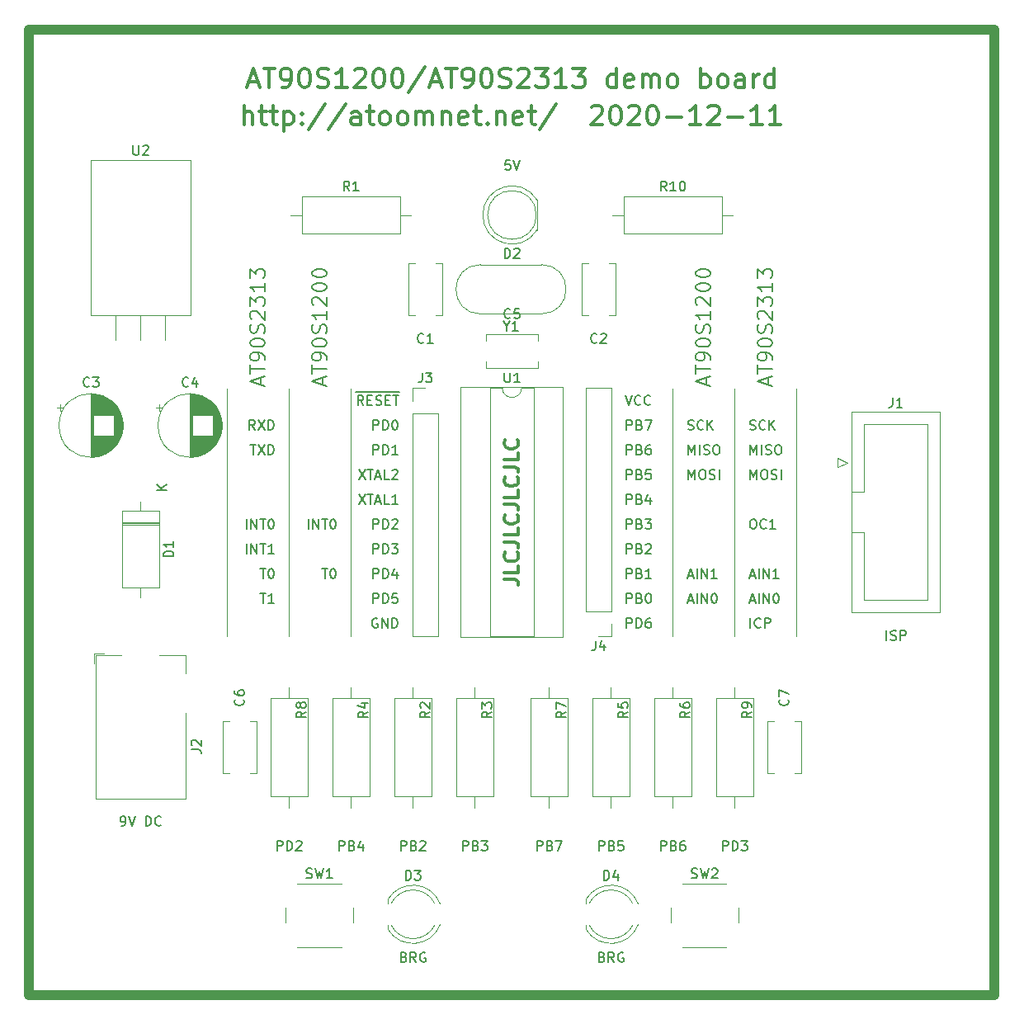
<source format=gbr>
G04 #@! TF.GenerationSoftware,KiCad,Pcbnew,(5.1.8)-1*
G04 #@! TF.CreationDate,2020-12-11T21:41:04+01:00*
G04 #@! TF.ProjectId,at90s1200,61743930-7331-4323-9030-2e6b69636164,rev?*
G04 #@! TF.SameCoordinates,Original*
G04 #@! TF.FileFunction,Legend,Top*
G04 #@! TF.FilePolarity,Positive*
%FSLAX46Y46*%
G04 Gerber Fmt 4.6, Leading zero omitted, Abs format (unit mm)*
G04 Created by KiCad (PCBNEW (5.1.8)-1) date 2020-12-11 21:41:04*
%MOMM*%
%LPD*%
G01*
G04 APERTURE LIST*
%ADD10C,0.300000*%
%ADD11C,0.150000*%
%ADD12C,1.000000*%
%ADD13C,0.120000*%
G04 APERTURE END LIST*
D10*
X118573809Y-69484761D02*
X118573809Y-67484761D01*
X119430952Y-69484761D02*
X119430952Y-68437142D01*
X119335714Y-68246666D01*
X119145238Y-68151428D01*
X118859523Y-68151428D01*
X118669047Y-68246666D01*
X118573809Y-68341904D01*
X120097619Y-68151428D02*
X120859523Y-68151428D01*
X120383333Y-67484761D02*
X120383333Y-69199047D01*
X120478571Y-69389523D01*
X120669047Y-69484761D01*
X120859523Y-69484761D01*
X121240476Y-68151428D02*
X122002380Y-68151428D01*
X121526190Y-67484761D02*
X121526190Y-69199047D01*
X121621428Y-69389523D01*
X121811904Y-69484761D01*
X122002380Y-69484761D01*
X122669047Y-68151428D02*
X122669047Y-70151428D01*
X122669047Y-68246666D02*
X122859523Y-68151428D01*
X123240476Y-68151428D01*
X123430952Y-68246666D01*
X123526190Y-68341904D01*
X123621428Y-68532380D01*
X123621428Y-69103809D01*
X123526190Y-69294285D01*
X123430952Y-69389523D01*
X123240476Y-69484761D01*
X122859523Y-69484761D01*
X122669047Y-69389523D01*
X124478571Y-69294285D02*
X124573809Y-69389523D01*
X124478571Y-69484761D01*
X124383333Y-69389523D01*
X124478571Y-69294285D01*
X124478571Y-69484761D01*
X124478571Y-68246666D02*
X124573809Y-68341904D01*
X124478571Y-68437142D01*
X124383333Y-68341904D01*
X124478571Y-68246666D01*
X124478571Y-68437142D01*
X126859523Y-67389523D02*
X125145238Y-69960952D01*
X128954761Y-67389523D02*
X127240476Y-69960952D01*
X130478571Y-69484761D02*
X130478571Y-68437142D01*
X130383333Y-68246666D01*
X130192857Y-68151428D01*
X129811904Y-68151428D01*
X129621428Y-68246666D01*
X130478571Y-69389523D02*
X130288095Y-69484761D01*
X129811904Y-69484761D01*
X129621428Y-69389523D01*
X129526190Y-69199047D01*
X129526190Y-69008571D01*
X129621428Y-68818095D01*
X129811904Y-68722857D01*
X130288095Y-68722857D01*
X130478571Y-68627619D01*
X131145238Y-68151428D02*
X131907142Y-68151428D01*
X131430952Y-67484761D02*
X131430952Y-69199047D01*
X131526190Y-69389523D01*
X131716666Y-69484761D01*
X131907142Y-69484761D01*
X132859523Y-69484761D02*
X132669047Y-69389523D01*
X132573809Y-69294285D01*
X132478571Y-69103809D01*
X132478571Y-68532380D01*
X132573809Y-68341904D01*
X132669047Y-68246666D01*
X132859523Y-68151428D01*
X133145238Y-68151428D01*
X133335714Y-68246666D01*
X133430952Y-68341904D01*
X133526190Y-68532380D01*
X133526190Y-69103809D01*
X133430952Y-69294285D01*
X133335714Y-69389523D01*
X133145238Y-69484761D01*
X132859523Y-69484761D01*
X134669047Y-69484761D02*
X134478571Y-69389523D01*
X134383333Y-69294285D01*
X134288095Y-69103809D01*
X134288095Y-68532380D01*
X134383333Y-68341904D01*
X134478571Y-68246666D01*
X134669047Y-68151428D01*
X134954761Y-68151428D01*
X135145238Y-68246666D01*
X135240476Y-68341904D01*
X135335714Y-68532380D01*
X135335714Y-69103809D01*
X135240476Y-69294285D01*
X135145238Y-69389523D01*
X134954761Y-69484761D01*
X134669047Y-69484761D01*
X136192857Y-69484761D02*
X136192857Y-68151428D01*
X136192857Y-68341904D02*
X136288095Y-68246666D01*
X136478571Y-68151428D01*
X136764285Y-68151428D01*
X136954761Y-68246666D01*
X137050000Y-68437142D01*
X137050000Y-69484761D01*
X137050000Y-68437142D02*
X137145238Y-68246666D01*
X137335714Y-68151428D01*
X137621428Y-68151428D01*
X137811904Y-68246666D01*
X137907142Y-68437142D01*
X137907142Y-69484761D01*
X138859523Y-68151428D02*
X138859523Y-69484761D01*
X138859523Y-68341904D02*
X138954761Y-68246666D01*
X139145238Y-68151428D01*
X139430952Y-68151428D01*
X139621428Y-68246666D01*
X139716666Y-68437142D01*
X139716666Y-69484761D01*
X141430952Y-69389523D02*
X141240476Y-69484761D01*
X140859523Y-69484761D01*
X140669047Y-69389523D01*
X140573809Y-69199047D01*
X140573809Y-68437142D01*
X140669047Y-68246666D01*
X140859523Y-68151428D01*
X141240476Y-68151428D01*
X141430952Y-68246666D01*
X141526190Y-68437142D01*
X141526190Y-68627619D01*
X140573809Y-68818095D01*
X142097619Y-68151428D02*
X142859523Y-68151428D01*
X142383333Y-67484761D02*
X142383333Y-69199047D01*
X142478571Y-69389523D01*
X142669047Y-69484761D01*
X142859523Y-69484761D01*
X143526190Y-69294285D02*
X143621428Y-69389523D01*
X143526190Y-69484761D01*
X143430952Y-69389523D01*
X143526190Y-69294285D01*
X143526190Y-69484761D01*
X144478571Y-68151428D02*
X144478571Y-69484761D01*
X144478571Y-68341904D02*
X144573809Y-68246666D01*
X144764285Y-68151428D01*
X145050000Y-68151428D01*
X145240476Y-68246666D01*
X145335714Y-68437142D01*
X145335714Y-69484761D01*
X147050000Y-69389523D02*
X146859523Y-69484761D01*
X146478571Y-69484761D01*
X146288095Y-69389523D01*
X146192857Y-69199047D01*
X146192857Y-68437142D01*
X146288095Y-68246666D01*
X146478571Y-68151428D01*
X146859523Y-68151428D01*
X147050000Y-68246666D01*
X147145238Y-68437142D01*
X147145238Y-68627619D01*
X146192857Y-68818095D01*
X147716666Y-68151428D02*
X148478571Y-68151428D01*
X148002380Y-67484761D02*
X148002380Y-69199047D01*
X148097619Y-69389523D01*
X148288095Y-69484761D01*
X148478571Y-69484761D01*
X150573809Y-67389523D02*
X148859523Y-69960952D01*
X154192857Y-67675238D02*
X154288095Y-67580000D01*
X154478571Y-67484761D01*
X154954761Y-67484761D01*
X155145238Y-67580000D01*
X155240476Y-67675238D01*
X155335714Y-67865714D01*
X155335714Y-68056190D01*
X155240476Y-68341904D01*
X154097619Y-69484761D01*
X155335714Y-69484761D01*
X156573809Y-67484761D02*
X156764285Y-67484761D01*
X156954761Y-67580000D01*
X157050000Y-67675238D01*
X157145238Y-67865714D01*
X157240476Y-68246666D01*
X157240476Y-68722857D01*
X157145238Y-69103809D01*
X157050000Y-69294285D01*
X156954761Y-69389523D01*
X156764285Y-69484761D01*
X156573809Y-69484761D01*
X156383333Y-69389523D01*
X156288095Y-69294285D01*
X156192857Y-69103809D01*
X156097619Y-68722857D01*
X156097619Y-68246666D01*
X156192857Y-67865714D01*
X156288095Y-67675238D01*
X156383333Y-67580000D01*
X156573809Y-67484761D01*
X158002380Y-67675238D02*
X158097619Y-67580000D01*
X158288095Y-67484761D01*
X158764285Y-67484761D01*
X158954761Y-67580000D01*
X159050000Y-67675238D01*
X159145238Y-67865714D01*
X159145238Y-68056190D01*
X159050000Y-68341904D01*
X157907142Y-69484761D01*
X159145238Y-69484761D01*
X160383333Y-67484761D02*
X160573809Y-67484761D01*
X160764285Y-67580000D01*
X160859523Y-67675238D01*
X160954761Y-67865714D01*
X161050000Y-68246666D01*
X161050000Y-68722857D01*
X160954761Y-69103809D01*
X160859523Y-69294285D01*
X160764285Y-69389523D01*
X160573809Y-69484761D01*
X160383333Y-69484761D01*
X160192857Y-69389523D01*
X160097619Y-69294285D01*
X160002380Y-69103809D01*
X159907142Y-68722857D01*
X159907142Y-68246666D01*
X160002380Y-67865714D01*
X160097619Y-67675238D01*
X160192857Y-67580000D01*
X160383333Y-67484761D01*
X161907142Y-68722857D02*
X163430952Y-68722857D01*
X165430952Y-69484761D02*
X164288095Y-69484761D01*
X164859523Y-69484761D02*
X164859523Y-67484761D01*
X164669047Y-67770476D01*
X164478571Y-67960952D01*
X164288095Y-68056190D01*
X166192857Y-67675238D02*
X166288095Y-67580000D01*
X166478571Y-67484761D01*
X166954761Y-67484761D01*
X167145238Y-67580000D01*
X167240476Y-67675238D01*
X167335714Y-67865714D01*
X167335714Y-68056190D01*
X167240476Y-68341904D01*
X166097619Y-69484761D01*
X167335714Y-69484761D01*
X168192857Y-68722857D02*
X169716666Y-68722857D01*
X171716666Y-69484761D02*
X170573809Y-69484761D01*
X171145238Y-69484761D02*
X171145238Y-67484761D01*
X170954761Y-67770476D01*
X170764285Y-67960952D01*
X170573809Y-68056190D01*
X173621428Y-69484761D02*
X172478571Y-69484761D01*
X173050000Y-69484761D02*
X173050000Y-67484761D01*
X172859523Y-67770476D01*
X172669047Y-67960952D01*
X172478571Y-68056190D01*
D11*
X184485595Y-122372380D02*
X184485595Y-121372380D01*
X184914166Y-122324761D02*
X185057023Y-122372380D01*
X185295119Y-122372380D01*
X185390357Y-122324761D01*
X185437976Y-122277142D01*
X185485595Y-122181904D01*
X185485595Y-122086666D01*
X185437976Y-121991428D01*
X185390357Y-121943809D01*
X185295119Y-121896190D01*
X185104642Y-121848571D01*
X185009404Y-121800952D01*
X184961785Y-121753333D01*
X184914166Y-121658095D01*
X184914166Y-121562857D01*
X184961785Y-121467619D01*
X185009404Y-121420000D01*
X185104642Y-121372380D01*
X185342738Y-121372380D01*
X185485595Y-121420000D01*
X185914166Y-122372380D02*
X185914166Y-121372380D01*
X186295119Y-121372380D01*
X186390357Y-121420000D01*
X186437976Y-121467619D01*
X186485595Y-121562857D01*
X186485595Y-121705714D01*
X186437976Y-121800952D01*
X186390357Y-121848571D01*
X186295119Y-121896190D01*
X185914166Y-121896190D01*
D10*
X145228571Y-116148571D02*
X146300000Y-116148571D01*
X146514285Y-116220000D01*
X146657142Y-116362857D01*
X146728571Y-116577142D01*
X146728571Y-116720000D01*
X146728571Y-114720000D02*
X146728571Y-115434285D01*
X145228571Y-115434285D01*
X146585714Y-113362857D02*
X146657142Y-113434285D01*
X146728571Y-113648571D01*
X146728571Y-113791428D01*
X146657142Y-114005714D01*
X146514285Y-114148571D01*
X146371428Y-114220000D01*
X146085714Y-114291428D01*
X145871428Y-114291428D01*
X145585714Y-114220000D01*
X145442857Y-114148571D01*
X145300000Y-114005714D01*
X145228571Y-113791428D01*
X145228571Y-113648571D01*
X145300000Y-113434285D01*
X145371428Y-113362857D01*
X145228571Y-112291428D02*
X146300000Y-112291428D01*
X146514285Y-112362857D01*
X146657142Y-112505714D01*
X146728571Y-112720000D01*
X146728571Y-112862857D01*
X146728571Y-110862857D02*
X146728571Y-111577142D01*
X145228571Y-111577142D01*
X146585714Y-109505714D02*
X146657142Y-109577142D01*
X146728571Y-109791428D01*
X146728571Y-109934285D01*
X146657142Y-110148571D01*
X146514285Y-110291428D01*
X146371428Y-110362857D01*
X146085714Y-110434285D01*
X145871428Y-110434285D01*
X145585714Y-110362857D01*
X145442857Y-110291428D01*
X145300000Y-110148571D01*
X145228571Y-109934285D01*
X145228571Y-109791428D01*
X145300000Y-109577142D01*
X145371428Y-109505714D01*
X145228571Y-108434285D02*
X146300000Y-108434285D01*
X146514285Y-108505714D01*
X146657142Y-108648571D01*
X146728571Y-108862857D01*
X146728571Y-109005714D01*
X146728571Y-107005714D02*
X146728571Y-107720000D01*
X145228571Y-107720000D01*
X146585714Y-105648571D02*
X146657142Y-105720000D01*
X146728571Y-105934285D01*
X146728571Y-106077142D01*
X146657142Y-106291428D01*
X146514285Y-106434285D01*
X146371428Y-106505714D01*
X146085714Y-106577142D01*
X145871428Y-106577142D01*
X145585714Y-106505714D01*
X145442857Y-106434285D01*
X145300000Y-106291428D01*
X145228571Y-106077142D01*
X145228571Y-105934285D01*
X145300000Y-105720000D01*
X145371428Y-105648571D01*
X145228571Y-104577142D02*
X146300000Y-104577142D01*
X146514285Y-104648571D01*
X146657142Y-104791428D01*
X146728571Y-105005714D01*
X146728571Y-105148571D01*
X146728571Y-103148571D02*
X146728571Y-103862857D01*
X145228571Y-103862857D01*
X146585714Y-101791428D02*
X146657142Y-101862857D01*
X146728571Y-102077142D01*
X146728571Y-102220000D01*
X146657142Y-102434285D01*
X146514285Y-102577142D01*
X146371428Y-102648571D01*
X146085714Y-102720000D01*
X145871428Y-102720000D01*
X145585714Y-102648571D01*
X145442857Y-102577142D01*
X145300000Y-102434285D01*
X145228571Y-102220000D01*
X145228571Y-102077142D01*
X145300000Y-101862857D01*
X145371428Y-101791428D01*
D11*
X145859523Y-73112380D02*
X145383333Y-73112380D01*
X145335714Y-73588571D01*
X145383333Y-73540952D01*
X145478571Y-73493333D01*
X145716666Y-73493333D01*
X145811904Y-73540952D01*
X145859523Y-73588571D01*
X145907142Y-73683809D01*
X145907142Y-73921904D01*
X145859523Y-74017142D01*
X145811904Y-74064761D01*
X145716666Y-74112380D01*
X145478571Y-74112380D01*
X145383333Y-74064761D01*
X145335714Y-74017142D01*
X146192857Y-73112380D02*
X146526190Y-74112380D01*
X146859523Y-73112380D01*
X167671904Y-143962380D02*
X167671904Y-142962380D01*
X168052857Y-142962380D01*
X168148095Y-143010000D01*
X168195714Y-143057619D01*
X168243333Y-143152857D01*
X168243333Y-143295714D01*
X168195714Y-143390952D01*
X168148095Y-143438571D01*
X168052857Y-143486190D01*
X167671904Y-143486190D01*
X168671904Y-143962380D02*
X168671904Y-142962380D01*
X168910000Y-142962380D01*
X169052857Y-143010000D01*
X169148095Y-143105238D01*
X169195714Y-143200476D01*
X169243333Y-143390952D01*
X169243333Y-143533809D01*
X169195714Y-143724285D01*
X169148095Y-143819523D01*
X169052857Y-143914761D01*
X168910000Y-143962380D01*
X168671904Y-143962380D01*
X169576666Y-142962380D02*
X170195714Y-142962380D01*
X169862380Y-143343333D01*
X170005238Y-143343333D01*
X170100476Y-143390952D01*
X170148095Y-143438571D01*
X170195714Y-143533809D01*
X170195714Y-143771904D01*
X170148095Y-143867142D01*
X170100476Y-143914761D01*
X170005238Y-143962380D01*
X169719523Y-143962380D01*
X169624285Y-143914761D01*
X169576666Y-143867142D01*
X121951904Y-143962380D02*
X121951904Y-142962380D01*
X122332857Y-142962380D01*
X122428095Y-143010000D01*
X122475714Y-143057619D01*
X122523333Y-143152857D01*
X122523333Y-143295714D01*
X122475714Y-143390952D01*
X122428095Y-143438571D01*
X122332857Y-143486190D01*
X121951904Y-143486190D01*
X122951904Y-143962380D02*
X122951904Y-142962380D01*
X123190000Y-142962380D01*
X123332857Y-143010000D01*
X123428095Y-143105238D01*
X123475714Y-143200476D01*
X123523333Y-143390952D01*
X123523333Y-143533809D01*
X123475714Y-143724285D01*
X123428095Y-143819523D01*
X123332857Y-143914761D01*
X123190000Y-143962380D01*
X122951904Y-143962380D01*
X123904285Y-143057619D02*
X123951904Y-143010000D01*
X124047142Y-142962380D01*
X124285238Y-142962380D01*
X124380476Y-143010000D01*
X124428095Y-143057619D01*
X124475714Y-143152857D01*
X124475714Y-143248095D01*
X124428095Y-143390952D01*
X123856666Y-143962380D01*
X124475714Y-143962380D01*
X148621904Y-143962380D02*
X148621904Y-142962380D01*
X149002857Y-142962380D01*
X149098095Y-143010000D01*
X149145714Y-143057619D01*
X149193333Y-143152857D01*
X149193333Y-143295714D01*
X149145714Y-143390952D01*
X149098095Y-143438571D01*
X149002857Y-143486190D01*
X148621904Y-143486190D01*
X149955238Y-143438571D02*
X150098095Y-143486190D01*
X150145714Y-143533809D01*
X150193333Y-143629047D01*
X150193333Y-143771904D01*
X150145714Y-143867142D01*
X150098095Y-143914761D01*
X150002857Y-143962380D01*
X149621904Y-143962380D01*
X149621904Y-142962380D01*
X149955238Y-142962380D01*
X150050476Y-143010000D01*
X150098095Y-143057619D01*
X150145714Y-143152857D01*
X150145714Y-143248095D01*
X150098095Y-143343333D01*
X150050476Y-143390952D01*
X149955238Y-143438571D01*
X149621904Y-143438571D01*
X150526666Y-142962380D02*
X151193333Y-142962380D01*
X150764761Y-143962380D01*
X161321904Y-143962380D02*
X161321904Y-142962380D01*
X161702857Y-142962380D01*
X161798095Y-143010000D01*
X161845714Y-143057619D01*
X161893333Y-143152857D01*
X161893333Y-143295714D01*
X161845714Y-143390952D01*
X161798095Y-143438571D01*
X161702857Y-143486190D01*
X161321904Y-143486190D01*
X162655238Y-143438571D02*
X162798095Y-143486190D01*
X162845714Y-143533809D01*
X162893333Y-143629047D01*
X162893333Y-143771904D01*
X162845714Y-143867142D01*
X162798095Y-143914761D01*
X162702857Y-143962380D01*
X162321904Y-143962380D01*
X162321904Y-142962380D01*
X162655238Y-142962380D01*
X162750476Y-143010000D01*
X162798095Y-143057619D01*
X162845714Y-143152857D01*
X162845714Y-143248095D01*
X162798095Y-143343333D01*
X162750476Y-143390952D01*
X162655238Y-143438571D01*
X162321904Y-143438571D01*
X163750476Y-142962380D02*
X163560000Y-142962380D01*
X163464761Y-143010000D01*
X163417142Y-143057619D01*
X163321904Y-143200476D01*
X163274285Y-143390952D01*
X163274285Y-143771904D01*
X163321904Y-143867142D01*
X163369523Y-143914761D01*
X163464761Y-143962380D01*
X163655238Y-143962380D01*
X163750476Y-143914761D01*
X163798095Y-143867142D01*
X163845714Y-143771904D01*
X163845714Y-143533809D01*
X163798095Y-143438571D01*
X163750476Y-143390952D01*
X163655238Y-143343333D01*
X163464761Y-143343333D01*
X163369523Y-143390952D01*
X163321904Y-143438571D01*
X163274285Y-143533809D01*
X154971904Y-143962380D02*
X154971904Y-142962380D01*
X155352857Y-142962380D01*
X155448095Y-143010000D01*
X155495714Y-143057619D01*
X155543333Y-143152857D01*
X155543333Y-143295714D01*
X155495714Y-143390952D01*
X155448095Y-143438571D01*
X155352857Y-143486190D01*
X154971904Y-143486190D01*
X156305238Y-143438571D02*
X156448095Y-143486190D01*
X156495714Y-143533809D01*
X156543333Y-143629047D01*
X156543333Y-143771904D01*
X156495714Y-143867142D01*
X156448095Y-143914761D01*
X156352857Y-143962380D01*
X155971904Y-143962380D01*
X155971904Y-142962380D01*
X156305238Y-142962380D01*
X156400476Y-143010000D01*
X156448095Y-143057619D01*
X156495714Y-143152857D01*
X156495714Y-143248095D01*
X156448095Y-143343333D01*
X156400476Y-143390952D01*
X156305238Y-143438571D01*
X155971904Y-143438571D01*
X157448095Y-142962380D02*
X156971904Y-142962380D01*
X156924285Y-143438571D01*
X156971904Y-143390952D01*
X157067142Y-143343333D01*
X157305238Y-143343333D01*
X157400476Y-143390952D01*
X157448095Y-143438571D01*
X157495714Y-143533809D01*
X157495714Y-143771904D01*
X157448095Y-143867142D01*
X157400476Y-143914761D01*
X157305238Y-143962380D01*
X157067142Y-143962380D01*
X156971904Y-143914761D01*
X156924285Y-143867142D01*
X128301904Y-143962380D02*
X128301904Y-142962380D01*
X128682857Y-142962380D01*
X128778095Y-143010000D01*
X128825714Y-143057619D01*
X128873333Y-143152857D01*
X128873333Y-143295714D01*
X128825714Y-143390952D01*
X128778095Y-143438571D01*
X128682857Y-143486190D01*
X128301904Y-143486190D01*
X129635238Y-143438571D02*
X129778095Y-143486190D01*
X129825714Y-143533809D01*
X129873333Y-143629047D01*
X129873333Y-143771904D01*
X129825714Y-143867142D01*
X129778095Y-143914761D01*
X129682857Y-143962380D01*
X129301904Y-143962380D01*
X129301904Y-142962380D01*
X129635238Y-142962380D01*
X129730476Y-143010000D01*
X129778095Y-143057619D01*
X129825714Y-143152857D01*
X129825714Y-143248095D01*
X129778095Y-143343333D01*
X129730476Y-143390952D01*
X129635238Y-143438571D01*
X129301904Y-143438571D01*
X130730476Y-143295714D02*
X130730476Y-143962380D01*
X130492380Y-142914761D02*
X130254285Y-143629047D01*
X130873333Y-143629047D01*
X141001904Y-143962380D02*
X141001904Y-142962380D01*
X141382857Y-142962380D01*
X141478095Y-143010000D01*
X141525714Y-143057619D01*
X141573333Y-143152857D01*
X141573333Y-143295714D01*
X141525714Y-143390952D01*
X141478095Y-143438571D01*
X141382857Y-143486190D01*
X141001904Y-143486190D01*
X142335238Y-143438571D02*
X142478095Y-143486190D01*
X142525714Y-143533809D01*
X142573333Y-143629047D01*
X142573333Y-143771904D01*
X142525714Y-143867142D01*
X142478095Y-143914761D01*
X142382857Y-143962380D01*
X142001904Y-143962380D01*
X142001904Y-142962380D01*
X142335238Y-142962380D01*
X142430476Y-143010000D01*
X142478095Y-143057619D01*
X142525714Y-143152857D01*
X142525714Y-143248095D01*
X142478095Y-143343333D01*
X142430476Y-143390952D01*
X142335238Y-143438571D01*
X142001904Y-143438571D01*
X142906666Y-142962380D02*
X143525714Y-142962380D01*
X143192380Y-143343333D01*
X143335238Y-143343333D01*
X143430476Y-143390952D01*
X143478095Y-143438571D01*
X143525714Y-143533809D01*
X143525714Y-143771904D01*
X143478095Y-143867142D01*
X143430476Y-143914761D01*
X143335238Y-143962380D01*
X143049523Y-143962380D01*
X142954285Y-143914761D01*
X142906666Y-143867142D01*
X134651904Y-143962380D02*
X134651904Y-142962380D01*
X135032857Y-142962380D01*
X135128095Y-143010000D01*
X135175714Y-143057619D01*
X135223333Y-143152857D01*
X135223333Y-143295714D01*
X135175714Y-143390952D01*
X135128095Y-143438571D01*
X135032857Y-143486190D01*
X134651904Y-143486190D01*
X135985238Y-143438571D02*
X136128095Y-143486190D01*
X136175714Y-143533809D01*
X136223333Y-143629047D01*
X136223333Y-143771904D01*
X136175714Y-143867142D01*
X136128095Y-143914761D01*
X136032857Y-143962380D01*
X135651904Y-143962380D01*
X135651904Y-142962380D01*
X135985238Y-142962380D01*
X136080476Y-143010000D01*
X136128095Y-143057619D01*
X136175714Y-143152857D01*
X136175714Y-143248095D01*
X136128095Y-143343333D01*
X136080476Y-143390952D01*
X135985238Y-143438571D01*
X135651904Y-143438571D01*
X136604285Y-143057619D02*
X136651904Y-143010000D01*
X136747142Y-142962380D01*
X136985238Y-142962380D01*
X137080476Y-143010000D01*
X137128095Y-143057619D01*
X137175714Y-143152857D01*
X137175714Y-143248095D01*
X137128095Y-143390952D01*
X136556666Y-143962380D01*
X137175714Y-143962380D01*
X155281428Y-154868571D02*
X155424285Y-154916190D01*
X155471904Y-154963809D01*
X155519523Y-155059047D01*
X155519523Y-155201904D01*
X155471904Y-155297142D01*
X155424285Y-155344761D01*
X155329047Y-155392380D01*
X154948095Y-155392380D01*
X154948095Y-154392380D01*
X155281428Y-154392380D01*
X155376666Y-154440000D01*
X155424285Y-154487619D01*
X155471904Y-154582857D01*
X155471904Y-154678095D01*
X155424285Y-154773333D01*
X155376666Y-154820952D01*
X155281428Y-154868571D01*
X154948095Y-154868571D01*
X156519523Y-155392380D02*
X156186190Y-154916190D01*
X155948095Y-155392380D02*
X155948095Y-154392380D01*
X156329047Y-154392380D01*
X156424285Y-154440000D01*
X156471904Y-154487619D01*
X156519523Y-154582857D01*
X156519523Y-154725714D01*
X156471904Y-154820952D01*
X156424285Y-154868571D01*
X156329047Y-154916190D01*
X155948095Y-154916190D01*
X157471904Y-154440000D02*
X157376666Y-154392380D01*
X157233809Y-154392380D01*
X157090952Y-154440000D01*
X156995714Y-154535238D01*
X156948095Y-154630476D01*
X156900476Y-154820952D01*
X156900476Y-154963809D01*
X156948095Y-155154285D01*
X156995714Y-155249523D01*
X157090952Y-155344761D01*
X157233809Y-155392380D01*
X157329047Y-155392380D01*
X157471904Y-155344761D01*
X157519523Y-155297142D01*
X157519523Y-154963809D01*
X157329047Y-154963809D01*
X134961428Y-154868571D02*
X135104285Y-154916190D01*
X135151904Y-154963809D01*
X135199523Y-155059047D01*
X135199523Y-155201904D01*
X135151904Y-155297142D01*
X135104285Y-155344761D01*
X135009047Y-155392380D01*
X134628095Y-155392380D01*
X134628095Y-154392380D01*
X134961428Y-154392380D01*
X135056666Y-154440000D01*
X135104285Y-154487619D01*
X135151904Y-154582857D01*
X135151904Y-154678095D01*
X135104285Y-154773333D01*
X135056666Y-154820952D01*
X134961428Y-154868571D01*
X134628095Y-154868571D01*
X136199523Y-155392380D02*
X135866190Y-154916190D01*
X135628095Y-155392380D02*
X135628095Y-154392380D01*
X136009047Y-154392380D01*
X136104285Y-154440000D01*
X136151904Y-154487619D01*
X136199523Y-154582857D01*
X136199523Y-154725714D01*
X136151904Y-154820952D01*
X136104285Y-154868571D01*
X136009047Y-154916190D01*
X135628095Y-154916190D01*
X137151904Y-154440000D02*
X137056666Y-154392380D01*
X136913809Y-154392380D01*
X136770952Y-154440000D01*
X136675714Y-154535238D01*
X136628095Y-154630476D01*
X136580476Y-154820952D01*
X136580476Y-154963809D01*
X136628095Y-155154285D01*
X136675714Y-155249523D01*
X136770952Y-155344761D01*
X136913809Y-155392380D01*
X137009047Y-155392380D01*
X137151904Y-155344761D01*
X137199523Y-155297142D01*
X137199523Y-154963809D01*
X137009047Y-154963809D01*
X105950000Y-141422380D02*
X106140476Y-141422380D01*
X106235714Y-141374761D01*
X106283333Y-141327142D01*
X106378571Y-141184285D01*
X106426190Y-140993809D01*
X106426190Y-140612857D01*
X106378571Y-140517619D01*
X106330952Y-140470000D01*
X106235714Y-140422380D01*
X106045238Y-140422380D01*
X105950000Y-140470000D01*
X105902380Y-140517619D01*
X105854761Y-140612857D01*
X105854761Y-140850952D01*
X105902380Y-140946190D01*
X105950000Y-140993809D01*
X106045238Y-141041428D01*
X106235714Y-141041428D01*
X106330952Y-140993809D01*
X106378571Y-140946190D01*
X106426190Y-140850952D01*
X106711904Y-140422380D02*
X107045238Y-141422380D01*
X107378571Y-140422380D01*
X108473809Y-141422380D02*
X108473809Y-140422380D01*
X108711904Y-140422380D01*
X108854761Y-140470000D01*
X108950000Y-140565238D01*
X108997619Y-140660476D01*
X109045238Y-140850952D01*
X109045238Y-140993809D01*
X108997619Y-141184285D01*
X108950000Y-141279523D01*
X108854761Y-141374761D01*
X108711904Y-141422380D01*
X108473809Y-141422380D01*
X110045238Y-141327142D02*
X109997619Y-141374761D01*
X109854761Y-141422380D01*
X109759523Y-141422380D01*
X109616666Y-141374761D01*
X109521428Y-141279523D01*
X109473809Y-141184285D01*
X109426190Y-140993809D01*
X109426190Y-140850952D01*
X109473809Y-140660476D01*
X109521428Y-140565238D01*
X109616666Y-140470000D01*
X109759523Y-140422380D01*
X109854761Y-140422380D01*
X109997619Y-140470000D01*
X110045238Y-140517619D01*
D12*
X96520000Y-158750000D02*
X96520000Y-59690000D01*
X195580000Y-158750000D02*
X96520000Y-158750000D01*
X195580000Y-59690000D02*
X195580000Y-158750000D01*
X96520000Y-59690000D02*
X195580000Y-59690000D01*
D11*
X170515595Y-121102380D02*
X170515595Y-120102380D01*
X171563214Y-121007142D02*
X171515595Y-121054761D01*
X171372738Y-121102380D01*
X171277500Y-121102380D01*
X171134642Y-121054761D01*
X171039404Y-120959523D01*
X170991785Y-120864285D01*
X170944166Y-120673809D01*
X170944166Y-120530952D01*
X170991785Y-120340476D01*
X171039404Y-120245238D01*
X171134642Y-120150000D01*
X171277500Y-120102380D01*
X171372738Y-120102380D01*
X171515595Y-120150000D01*
X171563214Y-120197619D01*
X171991785Y-121102380D02*
X171991785Y-120102380D01*
X172372738Y-120102380D01*
X172467976Y-120150000D01*
X172515595Y-120197619D01*
X172563214Y-120292857D01*
X172563214Y-120435714D01*
X172515595Y-120530952D01*
X172467976Y-120578571D01*
X172372738Y-120626190D01*
X171991785Y-120626190D01*
X170467976Y-118276666D02*
X170944166Y-118276666D01*
X170372738Y-118562380D02*
X170706071Y-117562380D01*
X171039404Y-118562380D01*
X171372738Y-118562380D02*
X171372738Y-117562380D01*
X171848928Y-118562380D02*
X171848928Y-117562380D01*
X172420357Y-118562380D01*
X172420357Y-117562380D01*
X173087023Y-117562380D02*
X173182261Y-117562380D01*
X173277500Y-117610000D01*
X173325119Y-117657619D01*
X173372738Y-117752857D01*
X173420357Y-117943333D01*
X173420357Y-118181428D01*
X173372738Y-118371904D01*
X173325119Y-118467142D01*
X173277500Y-118514761D01*
X173182261Y-118562380D01*
X173087023Y-118562380D01*
X172991785Y-118514761D01*
X172944166Y-118467142D01*
X172896547Y-118371904D01*
X172848928Y-118181428D01*
X172848928Y-117943333D01*
X172896547Y-117752857D01*
X172944166Y-117657619D01*
X172991785Y-117610000D01*
X173087023Y-117562380D01*
X170467976Y-115736666D02*
X170944166Y-115736666D01*
X170372738Y-116022380D02*
X170706071Y-115022380D01*
X171039404Y-116022380D01*
X171372738Y-116022380D02*
X171372738Y-115022380D01*
X171848928Y-116022380D02*
X171848928Y-115022380D01*
X172420357Y-116022380D01*
X172420357Y-115022380D01*
X173420357Y-116022380D02*
X172848928Y-116022380D01*
X173134642Y-116022380D02*
X173134642Y-115022380D01*
X173039404Y-115165238D01*
X172944166Y-115260476D01*
X172848928Y-115308095D01*
X170706071Y-109942380D02*
X170896547Y-109942380D01*
X170991785Y-109990000D01*
X171087023Y-110085238D01*
X171134642Y-110275714D01*
X171134642Y-110609047D01*
X171087023Y-110799523D01*
X170991785Y-110894761D01*
X170896547Y-110942380D01*
X170706071Y-110942380D01*
X170610833Y-110894761D01*
X170515595Y-110799523D01*
X170467976Y-110609047D01*
X170467976Y-110275714D01*
X170515595Y-110085238D01*
X170610833Y-109990000D01*
X170706071Y-109942380D01*
X172134642Y-110847142D02*
X172087023Y-110894761D01*
X171944166Y-110942380D01*
X171848928Y-110942380D01*
X171706071Y-110894761D01*
X171610833Y-110799523D01*
X171563214Y-110704285D01*
X171515595Y-110513809D01*
X171515595Y-110370952D01*
X171563214Y-110180476D01*
X171610833Y-110085238D01*
X171706071Y-109990000D01*
X171848928Y-109942380D01*
X171944166Y-109942380D01*
X172087023Y-109990000D01*
X172134642Y-110037619D01*
X173087023Y-110942380D02*
X172515595Y-110942380D01*
X172801309Y-110942380D02*
X172801309Y-109942380D01*
X172706071Y-110085238D01*
X172610833Y-110180476D01*
X172515595Y-110228095D01*
X170515595Y-105862380D02*
X170515595Y-104862380D01*
X170848928Y-105576666D01*
X171182261Y-104862380D01*
X171182261Y-105862380D01*
X171848928Y-104862380D02*
X172039404Y-104862380D01*
X172134642Y-104910000D01*
X172229880Y-105005238D01*
X172277500Y-105195714D01*
X172277500Y-105529047D01*
X172229880Y-105719523D01*
X172134642Y-105814761D01*
X172039404Y-105862380D01*
X171848928Y-105862380D01*
X171753690Y-105814761D01*
X171658452Y-105719523D01*
X171610833Y-105529047D01*
X171610833Y-105195714D01*
X171658452Y-105005238D01*
X171753690Y-104910000D01*
X171848928Y-104862380D01*
X172658452Y-105814761D02*
X172801309Y-105862380D01*
X173039404Y-105862380D01*
X173134642Y-105814761D01*
X173182261Y-105767142D01*
X173229880Y-105671904D01*
X173229880Y-105576666D01*
X173182261Y-105481428D01*
X173134642Y-105433809D01*
X173039404Y-105386190D01*
X172848928Y-105338571D01*
X172753690Y-105290952D01*
X172706071Y-105243333D01*
X172658452Y-105148095D01*
X172658452Y-105052857D01*
X172706071Y-104957619D01*
X172753690Y-104910000D01*
X172848928Y-104862380D01*
X173087023Y-104862380D01*
X173229880Y-104910000D01*
X173658452Y-105862380D02*
X173658452Y-104862380D01*
X170515595Y-103322380D02*
X170515595Y-102322380D01*
X170848928Y-103036666D01*
X171182261Y-102322380D01*
X171182261Y-103322380D01*
X171658452Y-103322380D02*
X171658452Y-102322380D01*
X172087023Y-103274761D02*
X172229880Y-103322380D01*
X172467976Y-103322380D01*
X172563214Y-103274761D01*
X172610833Y-103227142D01*
X172658452Y-103131904D01*
X172658452Y-103036666D01*
X172610833Y-102941428D01*
X172563214Y-102893809D01*
X172467976Y-102846190D01*
X172277500Y-102798571D01*
X172182261Y-102750952D01*
X172134642Y-102703333D01*
X172087023Y-102608095D01*
X172087023Y-102512857D01*
X172134642Y-102417619D01*
X172182261Y-102370000D01*
X172277500Y-102322380D01*
X172515595Y-102322380D01*
X172658452Y-102370000D01*
X173277500Y-102322380D02*
X173467976Y-102322380D01*
X173563214Y-102370000D01*
X173658452Y-102465238D01*
X173706071Y-102655714D01*
X173706071Y-102989047D01*
X173658452Y-103179523D01*
X173563214Y-103274761D01*
X173467976Y-103322380D01*
X173277500Y-103322380D01*
X173182261Y-103274761D01*
X173087023Y-103179523D01*
X173039404Y-102989047D01*
X173039404Y-102655714D01*
X173087023Y-102465238D01*
X173182261Y-102370000D01*
X173277500Y-102322380D01*
X170467976Y-100734761D02*
X170610833Y-100782380D01*
X170848928Y-100782380D01*
X170944166Y-100734761D01*
X170991785Y-100687142D01*
X171039404Y-100591904D01*
X171039404Y-100496666D01*
X170991785Y-100401428D01*
X170944166Y-100353809D01*
X170848928Y-100306190D01*
X170658452Y-100258571D01*
X170563214Y-100210952D01*
X170515595Y-100163333D01*
X170467976Y-100068095D01*
X170467976Y-99972857D01*
X170515595Y-99877619D01*
X170563214Y-99830000D01*
X170658452Y-99782380D01*
X170896547Y-99782380D01*
X171039404Y-99830000D01*
X172039404Y-100687142D02*
X171991785Y-100734761D01*
X171848928Y-100782380D01*
X171753690Y-100782380D01*
X171610833Y-100734761D01*
X171515595Y-100639523D01*
X171467976Y-100544285D01*
X171420357Y-100353809D01*
X171420357Y-100210952D01*
X171467976Y-100020476D01*
X171515595Y-99925238D01*
X171610833Y-99830000D01*
X171753690Y-99782380D01*
X171848928Y-99782380D01*
X171991785Y-99830000D01*
X172039404Y-99877619D01*
X172467976Y-100782380D02*
X172467976Y-99782380D01*
X173039404Y-100782380D02*
X172610833Y-100210952D01*
X173039404Y-99782380D02*
X172467976Y-100353809D01*
X120203452Y-117562380D02*
X120774880Y-117562380D01*
X120489166Y-118562380D02*
X120489166Y-117562380D01*
X121632023Y-118562380D02*
X121060595Y-118562380D01*
X121346309Y-118562380D02*
X121346309Y-117562380D01*
X121251071Y-117705238D01*
X121155833Y-117800476D01*
X121060595Y-117848095D01*
X120203452Y-115022380D02*
X120774880Y-115022380D01*
X120489166Y-116022380D02*
X120489166Y-115022380D01*
X121298690Y-115022380D02*
X121393928Y-115022380D01*
X121489166Y-115070000D01*
X121536785Y-115117619D01*
X121584404Y-115212857D01*
X121632023Y-115403333D01*
X121632023Y-115641428D01*
X121584404Y-115831904D01*
X121536785Y-115927142D01*
X121489166Y-115974761D01*
X121393928Y-116022380D01*
X121298690Y-116022380D01*
X121203452Y-115974761D01*
X121155833Y-115927142D01*
X121108214Y-115831904D01*
X121060595Y-115641428D01*
X121060595Y-115403333D01*
X121108214Y-115212857D01*
X121155833Y-115117619D01*
X121203452Y-115070000D01*
X121298690Y-115022380D01*
X118822500Y-113482380D02*
X118822500Y-112482380D01*
X119298690Y-113482380D02*
X119298690Y-112482380D01*
X119870119Y-113482380D01*
X119870119Y-112482380D01*
X120203452Y-112482380D02*
X120774880Y-112482380D01*
X120489166Y-113482380D02*
X120489166Y-112482380D01*
X121632023Y-113482380D02*
X121060595Y-113482380D01*
X121346309Y-113482380D02*
X121346309Y-112482380D01*
X121251071Y-112625238D01*
X121155833Y-112720476D01*
X121060595Y-112768095D01*
X118822500Y-110942380D02*
X118822500Y-109942380D01*
X119298690Y-110942380D02*
X119298690Y-109942380D01*
X119870119Y-110942380D01*
X119870119Y-109942380D01*
X120203452Y-109942380D02*
X120774880Y-109942380D01*
X120489166Y-110942380D02*
X120489166Y-109942380D01*
X121298690Y-109942380D02*
X121393928Y-109942380D01*
X121489166Y-109990000D01*
X121536785Y-110037619D01*
X121584404Y-110132857D01*
X121632023Y-110323333D01*
X121632023Y-110561428D01*
X121584404Y-110751904D01*
X121536785Y-110847142D01*
X121489166Y-110894761D01*
X121393928Y-110942380D01*
X121298690Y-110942380D01*
X121203452Y-110894761D01*
X121155833Y-110847142D01*
X121108214Y-110751904D01*
X121060595Y-110561428D01*
X121060595Y-110323333D01*
X121108214Y-110132857D01*
X121155833Y-110037619D01*
X121203452Y-109990000D01*
X121298690Y-109942380D01*
X119203452Y-102322380D02*
X119774880Y-102322380D01*
X119489166Y-103322380D02*
X119489166Y-102322380D01*
X120012976Y-102322380D02*
X120679642Y-103322380D01*
X120679642Y-102322380D02*
X120012976Y-103322380D01*
X121060595Y-103322380D02*
X121060595Y-102322380D01*
X121298690Y-102322380D01*
X121441547Y-102370000D01*
X121536785Y-102465238D01*
X121584404Y-102560476D01*
X121632023Y-102750952D01*
X121632023Y-102893809D01*
X121584404Y-103084285D01*
X121536785Y-103179523D01*
X121441547Y-103274761D01*
X121298690Y-103322380D01*
X121060595Y-103322380D01*
X119679642Y-100782380D02*
X119346309Y-100306190D01*
X119108214Y-100782380D02*
X119108214Y-99782380D01*
X119489166Y-99782380D01*
X119584404Y-99830000D01*
X119632023Y-99877619D01*
X119679642Y-99972857D01*
X119679642Y-100115714D01*
X119632023Y-100210952D01*
X119584404Y-100258571D01*
X119489166Y-100306190D01*
X119108214Y-100306190D01*
X120012976Y-99782380D02*
X120679642Y-100782380D01*
X120679642Y-99782380D02*
X120012976Y-100782380D01*
X121060595Y-100782380D02*
X121060595Y-99782380D01*
X121298690Y-99782380D01*
X121441547Y-99830000D01*
X121536785Y-99925238D01*
X121584404Y-100020476D01*
X121632023Y-100210952D01*
X121632023Y-100353809D01*
X121584404Y-100544285D01*
X121536785Y-100639523D01*
X121441547Y-100734761D01*
X121298690Y-100782380D01*
X121060595Y-100782380D01*
D13*
X116840000Y-96520000D02*
X116840000Y-121920000D01*
X175260000Y-96520000D02*
X175260000Y-121920000D01*
X123190000Y-96520000D02*
X123190000Y-121920000D01*
X168910000Y-96520000D02*
X168910000Y-121920000D01*
D11*
X164165595Y-105862380D02*
X164165595Y-104862380D01*
X164498928Y-105576666D01*
X164832261Y-104862380D01*
X164832261Y-105862380D01*
X165498928Y-104862380D02*
X165689404Y-104862380D01*
X165784642Y-104910000D01*
X165879880Y-105005238D01*
X165927500Y-105195714D01*
X165927500Y-105529047D01*
X165879880Y-105719523D01*
X165784642Y-105814761D01*
X165689404Y-105862380D01*
X165498928Y-105862380D01*
X165403690Y-105814761D01*
X165308452Y-105719523D01*
X165260833Y-105529047D01*
X165260833Y-105195714D01*
X165308452Y-105005238D01*
X165403690Y-104910000D01*
X165498928Y-104862380D01*
X166308452Y-105814761D02*
X166451309Y-105862380D01*
X166689404Y-105862380D01*
X166784642Y-105814761D01*
X166832261Y-105767142D01*
X166879880Y-105671904D01*
X166879880Y-105576666D01*
X166832261Y-105481428D01*
X166784642Y-105433809D01*
X166689404Y-105386190D01*
X166498928Y-105338571D01*
X166403690Y-105290952D01*
X166356071Y-105243333D01*
X166308452Y-105148095D01*
X166308452Y-105052857D01*
X166356071Y-104957619D01*
X166403690Y-104910000D01*
X166498928Y-104862380D01*
X166737023Y-104862380D01*
X166879880Y-104910000D01*
X167308452Y-105862380D02*
X167308452Y-104862380D01*
X164165595Y-103322380D02*
X164165595Y-102322380D01*
X164498928Y-103036666D01*
X164832261Y-102322380D01*
X164832261Y-103322380D01*
X165308452Y-103322380D02*
X165308452Y-102322380D01*
X165737023Y-103274761D02*
X165879880Y-103322380D01*
X166117976Y-103322380D01*
X166213214Y-103274761D01*
X166260833Y-103227142D01*
X166308452Y-103131904D01*
X166308452Y-103036666D01*
X166260833Y-102941428D01*
X166213214Y-102893809D01*
X166117976Y-102846190D01*
X165927500Y-102798571D01*
X165832261Y-102750952D01*
X165784642Y-102703333D01*
X165737023Y-102608095D01*
X165737023Y-102512857D01*
X165784642Y-102417619D01*
X165832261Y-102370000D01*
X165927500Y-102322380D01*
X166165595Y-102322380D01*
X166308452Y-102370000D01*
X166927500Y-102322380D02*
X167117976Y-102322380D01*
X167213214Y-102370000D01*
X167308452Y-102465238D01*
X167356071Y-102655714D01*
X167356071Y-102989047D01*
X167308452Y-103179523D01*
X167213214Y-103274761D01*
X167117976Y-103322380D01*
X166927500Y-103322380D01*
X166832261Y-103274761D01*
X166737023Y-103179523D01*
X166689404Y-102989047D01*
X166689404Y-102655714D01*
X166737023Y-102465238D01*
X166832261Y-102370000D01*
X166927500Y-102322380D01*
X164117976Y-100734761D02*
X164260833Y-100782380D01*
X164498928Y-100782380D01*
X164594166Y-100734761D01*
X164641785Y-100687142D01*
X164689404Y-100591904D01*
X164689404Y-100496666D01*
X164641785Y-100401428D01*
X164594166Y-100353809D01*
X164498928Y-100306190D01*
X164308452Y-100258571D01*
X164213214Y-100210952D01*
X164165595Y-100163333D01*
X164117976Y-100068095D01*
X164117976Y-99972857D01*
X164165595Y-99877619D01*
X164213214Y-99830000D01*
X164308452Y-99782380D01*
X164546547Y-99782380D01*
X164689404Y-99830000D01*
X165689404Y-100687142D02*
X165641785Y-100734761D01*
X165498928Y-100782380D01*
X165403690Y-100782380D01*
X165260833Y-100734761D01*
X165165595Y-100639523D01*
X165117976Y-100544285D01*
X165070357Y-100353809D01*
X165070357Y-100210952D01*
X165117976Y-100020476D01*
X165165595Y-99925238D01*
X165260833Y-99830000D01*
X165403690Y-99782380D01*
X165498928Y-99782380D01*
X165641785Y-99830000D01*
X165689404Y-99877619D01*
X166117976Y-100782380D02*
X166117976Y-99782380D01*
X166689404Y-100782380D02*
X166260833Y-100210952D01*
X166689404Y-99782380D02*
X166117976Y-100353809D01*
X164117976Y-118276666D02*
X164594166Y-118276666D01*
X164022738Y-118562380D02*
X164356071Y-117562380D01*
X164689404Y-118562380D01*
X165022738Y-118562380D02*
X165022738Y-117562380D01*
X165498928Y-118562380D02*
X165498928Y-117562380D01*
X166070357Y-118562380D01*
X166070357Y-117562380D01*
X166737023Y-117562380D02*
X166832261Y-117562380D01*
X166927500Y-117610000D01*
X166975119Y-117657619D01*
X167022738Y-117752857D01*
X167070357Y-117943333D01*
X167070357Y-118181428D01*
X167022738Y-118371904D01*
X166975119Y-118467142D01*
X166927500Y-118514761D01*
X166832261Y-118562380D01*
X166737023Y-118562380D01*
X166641785Y-118514761D01*
X166594166Y-118467142D01*
X166546547Y-118371904D01*
X166498928Y-118181428D01*
X166498928Y-117943333D01*
X166546547Y-117752857D01*
X166594166Y-117657619D01*
X166641785Y-117610000D01*
X166737023Y-117562380D01*
X164117976Y-115736666D02*
X164594166Y-115736666D01*
X164022738Y-116022380D02*
X164356071Y-115022380D01*
X164689404Y-116022380D01*
X165022738Y-116022380D02*
X165022738Y-115022380D01*
X165498928Y-116022380D02*
X165498928Y-115022380D01*
X166070357Y-116022380D01*
X166070357Y-115022380D01*
X167070357Y-116022380D02*
X166498928Y-116022380D01*
X166784642Y-116022380D02*
X166784642Y-115022380D01*
X166689404Y-115165238D01*
X166594166Y-115260476D01*
X166498928Y-115308095D01*
X126553452Y-115022380D02*
X127124880Y-115022380D01*
X126839166Y-116022380D02*
X126839166Y-115022380D01*
X127648690Y-115022380D02*
X127743928Y-115022380D01*
X127839166Y-115070000D01*
X127886785Y-115117619D01*
X127934404Y-115212857D01*
X127982023Y-115403333D01*
X127982023Y-115641428D01*
X127934404Y-115831904D01*
X127886785Y-115927142D01*
X127839166Y-115974761D01*
X127743928Y-116022380D01*
X127648690Y-116022380D01*
X127553452Y-115974761D01*
X127505833Y-115927142D01*
X127458214Y-115831904D01*
X127410595Y-115641428D01*
X127410595Y-115403333D01*
X127458214Y-115212857D01*
X127505833Y-115117619D01*
X127553452Y-115070000D01*
X127648690Y-115022380D01*
X125172500Y-110942380D02*
X125172500Y-109942380D01*
X125648690Y-110942380D02*
X125648690Y-109942380D01*
X126220119Y-110942380D01*
X126220119Y-109942380D01*
X126553452Y-109942380D02*
X127124880Y-109942380D01*
X126839166Y-110942380D02*
X126839166Y-109942380D01*
X127648690Y-109942380D02*
X127743928Y-109942380D01*
X127839166Y-109990000D01*
X127886785Y-110037619D01*
X127934404Y-110132857D01*
X127982023Y-110323333D01*
X127982023Y-110561428D01*
X127934404Y-110751904D01*
X127886785Y-110847142D01*
X127839166Y-110894761D01*
X127743928Y-110942380D01*
X127648690Y-110942380D01*
X127553452Y-110894761D01*
X127505833Y-110847142D01*
X127458214Y-110751904D01*
X127410595Y-110561428D01*
X127410595Y-110323333D01*
X127458214Y-110132857D01*
X127505833Y-110037619D01*
X127553452Y-109990000D01*
X127648690Y-109942380D01*
D13*
X162560000Y-96520000D02*
X162560000Y-121920000D01*
X129540000Y-96520000D02*
X129540000Y-121920000D01*
D11*
X157815595Y-121102380D02*
X157815595Y-120102380D01*
X158196547Y-120102380D01*
X158291785Y-120150000D01*
X158339404Y-120197619D01*
X158387023Y-120292857D01*
X158387023Y-120435714D01*
X158339404Y-120530952D01*
X158291785Y-120578571D01*
X158196547Y-120626190D01*
X157815595Y-120626190D01*
X158815595Y-121102380D02*
X158815595Y-120102380D01*
X159053690Y-120102380D01*
X159196547Y-120150000D01*
X159291785Y-120245238D01*
X159339404Y-120340476D01*
X159387023Y-120530952D01*
X159387023Y-120673809D01*
X159339404Y-120864285D01*
X159291785Y-120959523D01*
X159196547Y-121054761D01*
X159053690Y-121102380D01*
X158815595Y-121102380D01*
X160244166Y-120102380D02*
X160053690Y-120102380D01*
X159958452Y-120150000D01*
X159910833Y-120197619D01*
X159815595Y-120340476D01*
X159767976Y-120530952D01*
X159767976Y-120911904D01*
X159815595Y-121007142D01*
X159863214Y-121054761D01*
X159958452Y-121102380D01*
X160148928Y-121102380D01*
X160244166Y-121054761D01*
X160291785Y-121007142D01*
X160339404Y-120911904D01*
X160339404Y-120673809D01*
X160291785Y-120578571D01*
X160244166Y-120530952D01*
X160148928Y-120483333D01*
X159958452Y-120483333D01*
X159863214Y-120530952D01*
X159815595Y-120578571D01*
X159767976Y-120673809D01*
X157815595Y-118562380D02*
X157815595Y-117562380D01*
X158196547Y-117562380D01*
X158291785Y-117610000D01*
X158339404Y-117657619D01*
X158387023Y-117752857D01*
X158387023Y-117895714D01*
X158339404Y-117990952D01*
X158291785Y-118038571D01*
X158196547Y-118086190D01*
X157815595Y-118086190D01*
X159148928Y-118038571D02*
X159291785Y-118086190D01*
X159339404Y-118133809D01*
X159387023Y-118229047D01*
X159387023Y-118371904D01*
X159339404Y-118467142D01*
X159291785Y-118514761D01*
X159196547Y-118562380D01*
X158815595Y-118562380D01*
X158815595Y-117562380D01*
X159148928Y-117562380D01*
X159244166Y-117610000D01*
X159291785Y-117657619D01*
X159339404Y-117752857D01*
X159339404Y-117848095D01*
X159291785Y-117943333D01*
X159244166Y-117990952D01*
X159148928Y-118038571D01*
X158815595Y-118038571D01*
X160006071Y-117562380D02*
X160101309Y-117562380D01*
X160196547Y-117610000D01*
X160244166Y-117657619D01*
X160291785Y-117752857D01*
X160339404Y-117943333D01*
X160339404Y-118181428D01*
X160291785Y-118371904D01*
X160244166Y-118467142D01*
X160196547Y-118514761D01*
X160101309Y-118562380D01*
X160006071Y-118562380D01*
X159910833Y-118514761D01*
X159863214Y-118467142D01*
X159815595Y-118371904D01*
X159767976Y-118181428D01*
X159767976Y-117943333D01*
X159815595Y-117752857D01*
X159863214Y-117657619D01*
X159910833Y-117610000D01*
X160006071Y-117562380D01*
X157815595Y-116022380D02*
X157815595Y-115022380D01*
X158196547Y-115022380D01*
X158291785Y-115070000D01*
X158339404Y-115117619D01*
X158387023Y-115212857D01*
X158387023Y-115355714D01*
X158339404Y-115450952D01*
X158291785Y-115498571D01*
X158196547Y-115546190D01*
X157815595Y-115546190D01*
X159148928Y-115498571D02*
X159291785Y-115546190D01*
X159339404Y-115593809D01*
X159387023Y-115689047D01*
X159387023Y-115831904D01*
X159339404Y-115927142D01*
X159291785Y-115974761D01*
X159196547Y-116022380D01*
X158815595Y-116022380D01*
X158815595Y-115022380D01*
X159148928Y-115022380D01*
X159244166Y-115070000D01*
X159291785Y-115117619D01*
X159339404Y-115212857D01*
X159339404Y-115308095D01*
X159291785Y-115403333D01*
X159244166Y-115450952D01*
X159148928Y-115498571D01*
X158815595Y-115498571D01*
X160339404Y-116022380D02*
X159767976Y-116022380D01*
X160053690Y-116022380D02*
X160053690Y-115022380D01*
X159958452Y-115165238D01*
X159863214Y-115260476D01*
X159767976Y-115308095D01*
X157815595Y-113482380D02*
X157815595Y-112482380D01*
X158196547Y-112482380D01*
X158291785Y-112530000D01*
X158339404Y-112577619D01*
X158387023Y-112672857D01*
X158387023Y-112815714D01*
X158339404Y-112910952D01*
X158291785Y-112958571D01*
X158196547Y-113006190D01*
X157815595Y-113006190D01*
X159148928Y-112958571D02*
X159291785Y-113006190D01*
X159339404Y-113053809D01*
X159387023Y-113149047D01*
X159387023Y-113291904D01*
X159339404Y-113387142D01*
X159291785Y-113434761D01*
X159196547Y-113482380D01*
X158815595Y-113482380D01*
X158815595Y-112482380D01*
X159148928Y-112482380D01*
X159244166Y-112530000D01*
X159291785Y-112577619D01*
X159339404Y-112672857D01*
X159339404Y-112768095D01*
X159291785Y-112863333D01*
X159244166Y-112910952D01*
X159148928Y-112958571D01*
X158815595Y-112958571D01*
X159767976Y-112577619D02*
X159815595Y-112530000D01*
X159910833Y-112482380D01*
X160148928Y-112482380D01*
X160244166Y-112530000D01*
X160291785Y-112577619D01*
X160339404Y-112672857D01*
X160339404Y-112768095D01*
X160291785Y-112910952D01*
X159720357Y-113482380D01*
X160339404Y-113482380D01*
X157815595Y-110942380D02*
X157815595Y-109942380D01*
X158196547Y-109942380D01*
X158291785Y-109990000D01*
X158339404Y-110037619D01*
X158387023Y-110132857D01*
X158387023Y-110275714D01*
X158339404Y-110370952D01*
X158291785Y-110418571D01*
X158196547Y-110466190D01*
X157815595Y-110466190D01*
X159148928Y-110418571D02*
X159291785Y-110466190D01*
X159339404Y-110513809D01*
X159387023Y-110609047D01*
X159387023Y-110751904D01*
X159339404Y-110847142D01*
X159291785Y-110894761D01*
X159196547Y-110942380D01*
X158815595Y-110942380D01*
X158815595Y-109942380D01*
X159148928Y-109942380D01*
X159244166Y-109990000D01*
X159291785Y-110037619D01*
X159339404Y-110132857D01*
X159339404Y-110228095D01*
X159291785Y-110323333D01*
X159244166Y-110370952D01*
X159148928Y-110418571D01*
X158815595Y-110418571D01*
X159720357Y-109942380D02*
X160339404Y-109942380D01*
X160006071Y-110323333D01*
X160148928Y-110323333D01*
X160244166Y-110370952D01*
X160291785Y-110418571D01*
X160339404Y-110513809D01*
X160339404Y-110751904D01*
X160291785Y-110847142D01*
X160244166Y-110894761D01*
X160148928Y-110942380D01*
X159863214Y-110942380D01*
X159767976Y-110894761D01*
X159720357Y-110847142D01*
X157815595Y-108402380D02*
X157815595Y-107402380D01*
X158196547Y-107402380D01*
X158291785Y-107450000D01*
X158339404Y-107497619D01*
X158387023Y-107592857D01*
X158387023Y-107735714D01*
X158339404Y-107830952D01*
X158291785Y-107878571D01*
X158196547Y-107926190D01*
X157815595Y-107926190D01*
X159148928Y-107878571D02*
X159291785Y-107926190D01*
X159339404Y-107973809D01*
X159387023Y-108069047D01*
X159387023Y-108211904D01*
X159339404Y-108307142D01*
X159291785Y-108354761D01*
X159196547Y-108402380D01*
X158815595Y-108402380D01*
X158815595Y-107402380D01*
X159148928Y-107402380D01*
X159244166Y-107450000D01*
X159291785Y-107497619D01*
X159339404Y-107592857D01*
X159339404Y-107688095D01*
X159291785Y-107783333D01*
X159244166Y-107830952D01*
X159148928Y-107878571D01*
X158815595Y-107878571D01*
X160244166Y-107735714D02*
X160244166Y-108402380D01*
X160006071Y-107354761D02*
X159767976Y-108069047D01*
X160387023Y-108069047D01*
X157815595Y-105862380D02*
X157815595Y-104862380D01*
X158196547Y-104862380D01*
X158291785Y-104910000D01*
X158339404Y-104957619D01*
X158387023Y-105052857D01*
X158387023Y-105195714D01*
X158339404Y-105290952D01*
X158291785Y-105338571D01*
X158196547Y-105386190D01*
X157815595Y-105386190D01*
X159148928Y-105338571D02*
X159291785Y-105386190D01*
X159339404Y-105433809D01*
X159387023Y-105529047D01*
X159387023Y-105671904D01*
X159339404Y-105767142D01*
X159291785Y-105814761D01*
X159196547Y-105862380D01*
X158815595Y-105862380D01*
X158815595Y-104862380D01*
X159148928Y-104862380D01*
X159244166Y-104910000D01*
X159291785Y-104957619D01*
X159339404Y-105052857D01*
X159339404Y-105148095D01*
X159291785Y-105243333D01*
X159244166Y-105290952D01*
X159148928Y-105338571D01*
X158815595Y-105338571D01*
X160291785Y-104862380D02*
X159815595Y-104862380D01*
X159767976Y-105338571D01*
X159815595Y-105290952D01*
X159910833Y-105243333D01*
X160148928Y-105243333D01*
X160244166Y-105290952D01*
X160291785Y-105338571D01*
X160339404Y-105433809D01*
X160339404Y-105671904D01*
X160291785Y-105767142D01*
X160244166Y-105814761D01*
X160148928Y-105862380D01*
X159910833Y-105862380D01*
X159815595Y-105814761D01*
X159767976Y-105767142D01*
X157815595Y-103322380D02*
X157815595Y-102322380D01*
X158196547Y-102322380D01*
X158291785Y-102370000D01*
X158339404Y-102417619D01*
X158387023Y-102512857D01*
X158387023Y-102655714D01*
X158339404Y-102750952D01*
X158291785Y-102798571D01*
X158196547Y-102846190D01*
X157815595Y-102846190D01*
X159148928Y-102798571D02*
X159291785Y-102846190D01*
X159339404Y-102893809D01*
X159387023Y-102989047D01*
X159387023Y-103131904D01*
X159339404Y-103227142D01*
X159291785Y-103274761D01*
X159196547Y-103322380D01*
X158815595Y-103322380D01*
X158815595Y-102322380D01*
X159148928Y-102322380D01*
X159244166Y-102370000D01*
X159291785Y-102417619D01*
X159339404Y-102512857D01*
X159339404Y-102608095D01*
X159291785Y-102703333D01*
X159244166Y-102750952D01*
X159148928Y-102798571D01*
X158815595Y-102798571D01*
X160244166Y-102322380D02*
X160053690Y-102322380D01*
X159958452Y-102370000D01*
X159910833Y-102417619D01*
X159815595Y-102560476D01*
X159767976Y-102750952D01*
X159767976Y-103131904D01*
X159815595Y-103227142D01*
X159863214Y-103274761D01*
X159958452Y-103322380D01*
X160148928Y-103322380D01*
X160244166Y-103274761D01*
X160291785Y-103227142D01*
X160339404Y-103131904D01*
X160339404Y-102893809D01*
X160291785Y-102798571D01*
X160244166Y-102750952D01*
X160148928Y-102703333D01*
X159958452Y-102703333D01*
X159863214Y-102750952D01*
X159815595Y-102798571D01*
X159767976Y-102893809D01*
X157815595Y-100782380D02*
X157815595Y-99782380D01*
X158196547Y-99782380D01*
X158291785Y-99830000D01*
X158339404Y-99877619D01*
X158387023Y-99972857D01*
X158387023Y-100115714D01*
X158339404Y-100210952D01*
X158291785Y-100258571D01*
X158196547Y-100306190D01*
X157815595Y-100306190D01*
X159148928Y-100258571D02*
X159291785Y-100306190D01*
X159339404Y-100353809D01*
X159387023Y-100449047D01*
X159387023Y-100591904D01*
X159339404Y-100687142D01*
X159291785Y-100734761D01*
X159196547Y-100782380D01*
X158815595Y-100782380D01*
X158815595Y-99782380D01*
X159148928Y-99782380D01*
X159244166Y-99830000D01*
X159291785Y-99877619D01*
X159339404Y-99972857D01*
X159339404Y-100068095D01*
X159291785Y-100163333D01*
X159244166Y-100210952D01*
X159148928Y-100258571D01*
X158815595Y-100258571D01*
X159720357Y-99782380D02*
X160387023Y-99782380D01*
X159958452Y-100782380D01*
X157672738Y-97242380D02*
X158006071Y-98242380D01*
X158339404Y-97242380D01*
X159244166Y-98147142D02*
X159196547Y-98194761D01*
X159053690Y-98242380D01*
X158958452Y-98242380D01*
X158815595Y-98194761D01*
X158720357Y-98099523D01*
X158672738Y-98004285D01*
X158625119Y-97813809D01*
X158625119Y-97670952D01*
X158672738Y-97480476D01*
X158720357Y-97385238D01*
X158815595Y-97290000D01*
X158958452Y-97242380D01*
X159053690Y-97242380D01*
X159196547Y-97290000D01*
X159244166Y-97337619D01*
X160244166Y-98147142D02*
X160196547Y-98194761D01*
X160053690Y-98242380D01*
X159958452Y-98242380D01*
X159815595Y-98194761D01*
X159720357Y-98099523D01*
X159672738Y-98004285D01*
X159625119Y-97813809D01*
X159625119Y-97670952D01*
X159672738Y-97480476D01*
X159720357Y-97385238D01*
X159815595Y-97290000D01*
X159958452Y-97242380D01*
X160053690Y-97242380D01*
X160196547Y-97290000D01*
X160244166Y-97337619D01*
X132236785Y-120150000D02*
X132141547Y-120102380D01*
X131998690Y-120102380D01*
X131855833Y-120150000D01*
X131760595Y-120245238D01*
X131712976Y-120340476D01*
X131665357Y-120530952D01*
X131665357Y-120673809D01*
X131712976Y-120864285D01*
X131760595Y-120959523D01*
X131855833Y-121054761D01*
X131998690Y-121102380D01*
X132093928Y-121102380D01*
X132236785Y-121054761D01*
X132284404Y-121007142D01*
X132284404Y-120673809D01*
X132093928Y-120673809D01*
X132712976Y-121102380D02*
X132712976Y-120102380D01*
X133284404Y-121102380D01*
X133284404Y-120102380D01*
X133760595Y-121102380D02*
X133760595Y-120102380D01*
X133998690Y-120102380D01*
X134141547Y-120150000D01*
X134236785Y-120245238D01*
X134284404Y-120340476D01*
X134332023Y-120530952D01*
X134332023Y-120673809D01*
X134284404Y-120864285D01*
X134236785Y-120959523D01*
X134141547Y-121054761D01*
X133998690Y-121102380D01*
X133760595Y-121102380D01*
X131808214Y-118562380D02*
X131808214Y-117562380D01*
X132189166Y-117562380D01*
X132284404Y-117610000D01*
X132332023Y-117657619D01*
X132379642Y-117752857D01*
X132379642Y-117895714D01*
X132332023Y-117990952D01*
X132284404Y-118038571D01*
X132189166Y-118086190D01*
X131808214Y-118086190D01*
X132808214Y-118562380D02*
X132808214Y-117562380D01*
X133046309Y-117562380D01*
X133189166Y-117610000D01*
X133284404Y-117705238D01*
X133332023Y-117800476D01*
X133379642Y-117990952D01*
X133379642Y-118133809D01*
X133332023Y-118324285D01*
X133284404Y-118419523D01*
X133189166Y-118514761D01*
X133046309Y-118562380D01*
X132808214Y-118562380D01*
X134284404Y-117562380D02*
X133808214Y-117562380D01*
X133760595Y-118038571D01*
X133808214Y-117990952D01*
X133903452Y-117943333D01*
X134141547Y-117943333D01*
X134236785Y-117990952D01*
X134284404Y-118038571D01*
X134332023Y-118133809D01*
X134332023Y-118371904D01*
X134284404Y-118467142D01*
X134236785Y-118514761D01*
X134141547Y-118562380D01*
X133903452Y-118562380D01*
X133808214Y-118514761D01*
X133760595Y-118467142D01*
X131808214Y-116022380D02*
X131808214Y-115022380D01*
X132189166Y-115022380D01*
X132284404Y-115070000D01*
X132332023Y-115117619D01*
X132379642Y-115212857D01*
X132379642Y-115355714D01*
X132332023Y-115450952D01*
X132284404Y-115498571D01*
X132189166Y-115546190D01*
X131808214Y-115546190D01*
X132808214Y-116022380D02*
X132808214Y-115022380D01*
X133046309Y-115022380D01*
X133189166Y-115070000D01*
X133284404Y-115165238D01*
X133332023Y-115260476D01*
X133379642Y-115450952D01*
X133379642Y-115593809D01*
X133332023Y-115784285D01*
X133284404Y-115879523D01*
X133189166Y-115974761D01*
X133046309Y-116022380D01*
X132808214Y-116022380D01*
X134236785Y-115355714D02*
X134236785Y-116022380D01*
X133998690Y-114974761D02*
X133760595Y-115689047D01*
X134379642Y-115689047D01*
X131808214Y-113482380D02*
X131808214Y-112482380D01*
X132189166Y-112482380D01*
X132284404Y-112530000D01*
X132332023Y-112577619D01*
X132379642Y-112672857D01*
X132379642Y-112815714D01*
X132332023Y-112910952D01*
X132284404Y-112958571D01*
X132189166Y-113006190D01*
X131808214Y-113006190D01*
X132808214Y-113482380D02*
X132808214Y-112482380D01*
X133046309Y-112482380D01*
X133189166Y-112530000D01*
X133284404Y-112625238D01*
X133332023Y-112720476D01*
X133379642Y-112910952D01*
X133379642Y-113053809D01*
X133332023Y-113244285D01*
X133284404Y-113339523D01*
X133189166Y-113434761D01*
X133046309Y-113482380D01*
X132808214Y-113482380D01*
X133712976Y-112482380D02*
X134332023Y-112482380D01*
X133998690Y-112863333D01*
X134141547Y-112863333D01*
X134236785Y-112910952D01*
X134284404Y-112958571D01*
X134332023Y-113053809D01*
X134332023Y-113291904D01*
X134284404Y-113387142D01*
X134236785Y-113434761D01*
X134141547Y-113482380D01*
X133855833Y-113482380D01*
X133760595Y-113434761D01*
X133712976Y-113387142D01*
X131808214Y-110942380D02*
X131808214Y-109942380D01*
X132189166Y-109942380D01*
X132284404Y-109990000D01*
X132332023Y-110037619D01*
X132379642Y-110132857D01*
X132379642Y-110275714D01*
X132332023Y-110370952D01*
X132284404Y-110418571D01*
X132189166Y-110466190D01*
X131808214Y-110466190D01*
X132808214Y-110942380D02*
X132808214Y-109942380D01*
X133046309Y-109942380D01*
X133189166Y-109990000D01*
X133284404Y-110085238D01*
X133332023Y-110180476D01*
X133379642Y-110370952D01*
X133379642Y-110513809D01*
X133332023Y-110704285D01*
X133284404Y-110799523D01*
X133189166Y-110894761D01*
X133046309Y-110942380D01*
X132808214Y-110942380D01*
X133760595Y-110037619D02*
X133808214Y-109990000D01*
X133903452Y-109942380D01*
X134141547Y-109942380D01*
X134236785Y-109990000D01*
X134284404Y-110037619D01*
X134332023Y-110132857D01*
X134332023Y-110228095D01*
X134284404Y-110370952D01*
X133712976Y-110942380D01*
X134332023Y-110942380D01*
X130332023Y-107402380D02*
X130998690Y-108402380D01*
X130998690Y-107402380D02*
X130332023Y-108402380D01*
X131236785Y-107402380D02*
X131808214Y-107402380D01*
X131522500Y-108402380D02*
X131522500Y-107402380D01*
X132093928Y-108116666D02*
X132570119Y-108116666D01*
X131998690Y-108402380D02*
X132332023Y-107402380D01*
X132665357Y-108402380D01*
X133474880Y-108402380D02*
X132998690Y-108402380D01*
X132998690Y-107402380D01*
X134332023Y-108402380D02*
X133760595Y-108402380D01*
X134046309Y-108402380D02*
X134046309Y-107402380D01*
X133951071Y-107545238D01*
X133855833Y-107640476D01*
X133760595Y-107688095D01*
X130332023Y-104862380D02*
X130998690Y-105862380D01*
X130998690Y-104862380D02*
X130332023Y-105862380D01*
X131236785Y-104862380D02*
X131808214Y-104862380D01*
X131522500Y-105862380D02*
X131522500Y-104862380D01*
X132093928Y-105576666D02*
X132570119Y-105576666D01*
X131998690Y-105862380D02*
X132332023Y-104862380D01*
X132665357Y-105862380D01*
X133474880Y-105862380D02*
X132998690Y-105862380D01*
X132998690Y-104862380D01*
X133760595Y-104957619D02*
X133808214Y-104910000D01*
X133903452Y-104862380D01*
X134141547Y-104862380D01*
X134236785Y-104910000D01*
X134284404Y-104957619D01*
X134332023Y-105052857D01*
X134332023Y-105148095D01*
X134284404Y-105290952D01*
X133712976Y-105862380D01*
X134332023Y-105862380D01*
X131808214Y-103322380D02*
X131808214Y-102322380D01*
X132189166Y-102322380D01*
X132284404Y-102370000D01*
X132332023Y-102417619D01*
X132379642Y-102512857D01*
X132379642Y-102655714D01*
X132332023Y-102750952D01*
X132284404Y-102798571D01*
X132189166Y-102846190D01*
X131808214Y-102846190D01*
X132808214Y-103322380D02*
X132808214Y-102322380D01*
X133046309Y-102322380D01*
X133189166Y-102370000D01*
X133284404Y-102465238D01*
X133332023Y-102560476D01*
X133379642Y-102750952D01*
X133379642Y-102893809D01*
X133332023Y-103084285D01*
X133284404Y-103179523D01*
X133189166Y-103274761D01*
X133046309Y-103322380D01*
X132808214Y-103322380D01*
X134332023Y-103322380D02*
X133760595Y-103322380D01*
X134046309Y-103322380D02*
X134046309Y-102322380D01*
X133951071Y-102465238D01*
X133855833Y-102560476D01*
X133760595Y-102608095D01*
X131808214Y-100782380D02*
X131808214Y-99782380D01*
X132189166Y-99782380D01*
X132284404Y-99830000D01*
X132332023Y-99877619D01*
X132379642Y-99972857D01*
X132379642Y-100115714D01*
X132332023Y-100210952D01*
X132284404Y-100258571D01*
X132189166Y-100306190D01*
X131808214Y-100306190D01*
X132808214Y-100782380D02*
X132808214Y-99782380D01*
X133046309Y-99782380D01*
X133189166Y-99830000D01*
X133284404Y-99925238D01*
X133332023Y-100020476D01*
X133379642Y-100210952D01*
X133379642Y-100353809D01*
X133332023Y-100544285D01*
X133284404Y-100639523D01*
X133189166Y-100734761D01*
X133046309Y-100782380D01*
X132808214Y-100782380D01*
X133998690Y-99782380D02*
X134093928Y-99782380D01*
X134189166Y-99830000D01*
X134236785Y-99877619D01*
X134284404Y-99972857D01*
X134332023Y-100163333D01*
X134332023Y-100401428D01*
X134284404Y-100591904D01*
X134236785Y-100687142D01*
X134189166Y-100734761D01*
X134093928Y-100782380D01*
X133998690Y-100782380D01*
X133903452Y-100734761D01*
X133855833Y-100687142D01*
X133808214Y-100591904D01*
X133760595Y-100401428D01*
X133760595Y-100163333D01*
X133808214Y-99972857D01*
X133855833Y-99877619D01*
X133903452Y-99830000D01*
X133998690Y-99782380D01*
X129998690Y-96875000D02*
X130998690Y-96875000D01*
X130808214Y-98242380D02*
X130474880Y-97766190D01*
X130236785Y-98242380D02*
X130236785Y-97242380D01*
X130617738Y-97242380D01*
X130712976Y-97290000D01*
X130760595Y-97337619D01*
X130808214Y-97432857D01*
X130808214Y-97575714D01*
X130760595Y-97670952D01*
X130712976Y-97718571D01*
X130617738Y-97766190D01*
X130236785Y-97766190D01*
X130998690Y-96875000D02*
X131903452Y-96875000D01*
X131236785Y-97718571D02*
X131570119Y-97718571D01*
X131712976Y-98242380D02*
X131236785Y-98242380D01*
X131236785Y-97242380D01*
X131712976Y-97242380D01*
X131903452Y-96875000D02*
X132855833Y-96875000D01*
X132093928Y-98194761D02*
X132236785Y-98242380D01*
X132474880Y-98242380D01*
X132570119Y-98194761D01*
X132617738Y-98147142D01*
X132665357Y-98051904D01*
X132665357Y-97956666D01*
X132617738Y-97861428D01*
X132570119Y-97813809D01*
X132474880Y-97766190D01*
X132284404Y-97718571D01*
X132189166Y-97670952D01*
X132141547Y-97623333D01*
X132093928Y-97528095D01*
X132093928Y-97432857D01*
X132141547Y-97337619D01*
X132189166Y-97290000D01*
X132284404Y-97242380D01*
X132522500Y-97242380D01*
X132665357Y-97290000D01*
X132855833Y-96875000D02*
X133760595Y-96875000D01*
X133093928Y-97718571D02*
X133427261Y-97718571D01*
X133570119Y-98242380D02*
X133093928Y-98242380D01*
X133093928Y-97242380D01*
X133570119Y-97242380D01*
X133760595Y-96875000D02*
X134522500Y-96875000D01*
X133855833Y-97242380D02*
X134427261Y-97242380D01*
X134141547Y-98242380D02*
X134141547Y-97242380D01*
X172335000Y-96136785D02*
X172335000Y-95422500D01*
X172763571Y-96279642D02*
X171263571Y-95779642D01*
X172763571Y-95279642D01*
X171263571Y-94993928D02*
X171263571Y-94136785D01*
X172763571Y-94565357D02*
X171263571Y-94565357D01*
X172763571Y-93565357D02*
X172763571Y-93279642D01*
X172692142Y-93136785D01*
X172620714Y-93065357D01*
X172406428Y-92922500D01*
X172120714Y-92851071D01*
X171549285Y-92851071D01*
X171406428Y-92922500D01*
X171335000Y-92993928D01*
X171263571Y-93136785D01*
X171263571Y-93422500D01*
X171335000Y-93565357D01*
X171406428Y-93636785D01*
X171549285Y-93708214D01*
X171906428Y-93708214D01*
X172049285Y-93636785D01*
X172120714Y-93565357D01*
X172192142Y-93422500D01*
X172192142Y-93136785D01*
X172120714Y-92993928D01*
X172049285Y-92922500D01*
X171906428Y-92851071D01*
X171263571Y-91922500D02*
X171263571Y-91779642D01*
X171335000Y-91636785D01*
X171406428Y-91565357D01*
X171549285Y-91493928D01*
X171835000Y-91422500D01*
X172192142Y-91422500D01*
X172477857Y-91493928D01*
X172620714Y-91565357D01*
X172692142Y-91636785D01*
X172763571Y-91779642D01*
X172763571Y-91922500D01*
X172692142Y-92065357D01*
X172620714Y-92136785D01*
X172477857Y-92208214D01*
X172192142Y-92279642D01*
X171835000Y-92279642D01*
X171549285Y-92208214D01*
X171406428Y-92136785D01*
X171335000Y-92065357D01*
X171263571Y-91922500D01*
X172692142Y-90851071D02*
X172763571Y-90636785D01*
X172763571Y-90279642D01*
X172692142Y-90136785D01*
X172620714Y-90065357D01*
X172477857Y-89993928D01*
X172335000Y-89993928D01*
X172192142Y-90065357D01*
X172120714Y-90136785D01*
X172049285Y-90279642D01*
X171977857Y-90565357D01*
X171906428Y-90708214D01*
X171835000Y-90779642D01*
X171692142Y-90851071D01*
X171549285Y-90851071D01*
X171406428Y-90779642D01*
X171335000Y-90708214D01*
X171263571Y-90565357D01*
X171263571Y-90208214D01*
X171335000Y-89993928D01*
X171406428Y-89422500D02*
X171335000Y-89351071D01*
X171263571Y-89208214D01*
X171263571Y-88851071D01*
X171335000Y-88708214D01*
X171406428Y-88636785D01*
X171549285Y-88565357D01*
X171692142Y-88565357D01*
X171906428Y-88636785D01*
X172763571Y-89493928D01*
X172763571Y-88565357D01*
X171263571Y-88065357D02*
X171263571Y-87136785D01*
X171835000Y-87636785D01*
X171835000Y-87422500D01*
X171906428Y-87279642D01*
X171977857Y-87208214D01*
X172120714Y-87136785D01*
X172477857Y-87136785D01*
X172620714Y-87208214D01*
X172692142Y-87279642D01*
X172763571Y-87422500D01*
X172763571Y-87851071D01*
X172692142Y-87993928D01*
X172620714Y-88065357D01*
X172763571Y-85708214D02*
X172763571Y-86565357D01*
X172763571Y-86136785D02*
X171263571Y-86136785D01*
X171477857Y-86279642D01*
X171620714Y-86422500D01*
X171692142Y-86565357D01*
X171263571Y-85208214D02*
X171263571Y-84279642D01*
X171835000Y-84779642D01*
X171835000Y-84565357D01*
X171906428Y-84422500D01*
X171977857Y-84351071D01*
X172120714Y-84279642D01*
X172477857Y-84279642D01*
X172620714Y-84351071D01*
X172692142Y-84422500D01*
X172763571Y-84565357D01*
X172763571Y-84993928D01*
X172692142Y-85136785D01*
X172620714Y-85208214D01*
X120265000Y-96136785D02*
X120265000Y-95422500D01*
X120693571Y-96279642D02*
X119193571Y-95779642D01*
X120693571Y-95279642D01*
X119193571Y-94993928D02*
X119193571Y-94136785D01*
X120693571Y-94565357D02*
X119193571Y-94565357D01*
X120693571Y-93565357D02*
X120693571Y-93279642D01*
X120622142Y-93136785D01*
X120550714Y-93065357D01*
X120336428Y-92922500D01*
X120050714Y-92851071D01*
X119479285Y-92851071D01*
X119336428Y-92922500D01*
X119265000Y-92993928D01*
X119193571Y-93136785D01*
X119193571Y-93422500D01*
X119265000Y-93565357D01*
X119336428Y-93636785D01*
X119479285Y-93708214D01*
X119836428Y-93708214D01*
X119979285Y-93636785D01*
X120050714Y-93565357D01*
X120122142Y-93422500D01*
X120122142Y-93136785D01*
X120050714Y-92993928D01*
X119979285Y-92922500D01*
X119836428Y-92851071D01*
X119193571Y-91922500D02*
X119193571Y-91779642D01*
X119265000Y-91636785D01*
X119336428Y-91565357D01*
X119479285Y-91493928D01*
X119765000Y-91422500D01*
X120122142Y-91422500D01*
X120407857Y-91493928D01*
X120550714Y-91565357D01*
X120622142Y-91636785D01*
X120693571Y-91779642D01*
X120693571Y-91922500D01*
X120622142Y-92065357D01*
X120550714Y-92136785D01*
X120407857Y-92208214D01*
X120122142Y-92279642D01*
X119765000Y-92279642D01*
X119479285Y-92208214D01*
X119336428Y-92136785D01*
X119265000Y-92065357D01*
X119193571Y-91922500D01*
X120622142Y-90851071D02*
X120693571Y-90636785D01*
X120693571Y-90279642D01*
X120622142Y-90136785D01*
X120550714Y-90065357D01*
X120407857Y-89993928D01*
X120265000Y-89993928D01*
X120122142Y-90065357D01*
X120050714Y-90136785D01*
X119979285Y-90279642D01*
X119907857Y-90565357D01*
X119836428Y-90708214D01*
X119765000Y-90779642D01*
X119622142Y-90851071D01*
X119479285Y-90851071D01*
X119336428Y-90779642D01*
X119265000Y-90708214D01*
X119193571Y-90565357D01*
X119193571Y-90208214D01*
X119265000Y-89993928D01*
X119336428Y-89422500D02*
X119265000Y-89351071D01*
X119193571Y-89208214D01*
X119193571Y-88851071D01*
X119265000Y-88708214D01*
X119336428Y-88636785D01*
X119479285Y-88565357D01*
X119622142Y-88565357D01*
X119836428Y-88636785D01*
X120693571Y-89493928D01*
X120693571Y-88565357D01*
X119193571Y-88065357D02*
X119193571Y-87136785D01*
X119765000Y-87636785D01*
X119765000Y-87422500D01*
X119836428Y-87279642D01*
X119907857Y-87208214D01*
X120050714Y-87136785D01*
X120407857Y-87136785D01*
X120550714Y-87208214D01*
X120622142Y-87279642D01*
X120693571Y-87422500D01*
X120693571Y-87851071D01*
X120622142Y-87993928D01*
X120550714Y-88065357D01*
X120693571Y-85708214D02*
X120693571Y-86565357D01*
X120693571Y-86136785D02*
X119193571Y-86136785D01*
X119407857Y-86279642D01*
X119550714Y-86422500D01*
X119622142Y-86565357D01*
X119193571Y-85208214D02*
X119193571Y-84279642D01*
X119765000Y-84779642D01*
X119765000Y-84565357D01*
X119836428Y-84422500D01*
X119907857Y-84351071D01*
X120050714Y-84279642D01*
X120407857Y-84279642D01*
X120550714Y-84351071D01*
X120622142Y-84422500D01*
X120693571Y-84565357D01*
X120693571Y-84993928D01*
X120622142Y-85136785D01*
X120550714Y-85208214D01*
X165985000Y-96136785D02*
X165985000Y-95422500D01*
X166413571Y-96279642D02*
X164913571Y-95779642D01*
X166413571Y-95279642D01*
X164913571Y-94993928D02*
X164913571Y-94136785D01*
X166413571Y-94565357D02*
X164913571Y-94565357D01*
X166413571Y-93565357D02*
X166413571Y-93279642D01*
X166342142Y-93136785D01*
X166270714Y-93065357D01*
X166056428Y-92922500D01*
X165770714Y-92851071D01*
X165199285Y-92851071D01*
X165056428Y-92922500D01*
X164985000Y-92993928D01*
X164913571Y-93136785D01*
X164913571Y-93422500D01*
X164985000Y-93565357D01*
X165056428Y-93636785D01*
X165199285Y-93708214D01*
X165556428Y-93708214D01*
X165699285Y-93636785D01*
X165770714Y-93565357D01*
X165842142Y-93422500D01*
X165842142Y-93136785D01*
X165770714Y-92993928D01*
X165699285Y-92922500D01*
X165556428Y-92851071D01*
X164913571Y-91922500D02*
X164913571Y-91779642D01*
X164985000Y-91636785D01*
X165056428Y-91565357D01*
X165199285Y-91493928D01*
X165485000Y-91422500D01*
X165842142Y-91422500D01*
X166127857Y-91493928D01*
X166270714Y-91565357D01*
X166342142Y-91636785D01*
X166413571Y-91779642D01*
X166413571Y-91922500D01*
X166342142Y-92065357D01*
X166270714Y-92136785D01*
X166127857Y-92208214D01*
X165842142Y-92279642D01*
X165485000Y-92279642D01*
X165199285Y-92208214D01*
X165056428Y-92136785D01*
X164985000Y-92065357D01*
X164913571Y-91922500D01*
X166342142Y-90851071D02*
X166413571Y-90636785D01*
X166413571Y-90279642D01*
X166342142Y-90136785D01*
X166270714Y-90065357D01*
X166127857Y-89993928D01*
X165985000Y-89993928D01*
X165842142Y-90065357D01*
X165770714Y-90136785D01*
X165699285Y-90279642D01*
X165627857Y-90565357D01*
X165556428Y-90708214D01*
X165485000Y-90779642D01*
X165342142Y-90851071D01*
X165199285Y-90851071D01*
X165056428Y-90779642D01*
X164985000Y-90708214D01*
X164913571Y-90565357D01*
X164913571Y-90208214D01*
X164985000Y-89993928D01*
X166413571Y-88565357D02*
X166413571Y-89422500D01*
X166413571Y-88993928D02*
X164913571Y-88993928D01*
X165127857Y-89136785D01*
X165270714Y-89279642D01*
X165342142Y-89422500D01*
X165056428Y-87993928D02*
X164985000Y-87922500D01*
X164913571Y-87779642D01*
X164913571Y-87422500D01*
X164985000Y-87279642D01*
X165056428Y-87208214D01*
X165199285Y-87136785D01*
X165342142Y-87136785D01*
X165556428Y-87208214D01*
X166413571Y-88065357D01*
X166413571Y-87136785D01*
X164913571Y-86208214D02*
X164913571Y-86065357D01*
X164985000Y-85922500D01*
X165056428Y-85851071D01*
X165199285Y-85779642D01*
X165485000Y-85708214D01*
X165842142Y-85708214D01*
X166127857Y-85779642D01*
X166270714Y-85851071D01*
X166342142Y-85922500D01*
X166413571Y-86065357D01*
X166413571Y-86208214D01*
X166342142Y-86351071D01*
X166270714Y-86422500D01*
X166127857Y-86493928D01*
X165842142Y-86565357D01*
X165485000Y-86565357D01*
X165199285Y-86493928D01*
X165056428Y-86422500D01*
X164985000Y-86351071D01*
X164913571Y-86208214D01*
X164913571Y-84779642D02*
X164913571Y-84636785D01*
X164985000Y-84493928D01*
X165056428Y-84422500D01*
X165199285Y-84351071D01*
X165485000Y-84279642D01*
X165842142Y-84279642D01*
X166127857Y-84351071D01*
X166270714Y-84422500D01*
X166342142Y-84493928D01*
X166413571Y-84636785D01*
X166413571Y-84779642D01*
X166342142Y-84922500D01*
X166270714Y-84993928D01*
X166127857Y-85065357D01*
X165842142Y-85136785D01*
X165485000Y-85136785D01*
X165199285Y-85065357D01*
X165056428Y-84993928D01*
X164985000Y-84922500D01*
X164913571Y-84779642D01*
X126615000Y-96136785D02*
X126615000Y-95422500D01*
X127043571Y-96279642D02*
X125543571Y-95779642D01*
X127043571Y-95279642D01*
X125543571Y-94993928D02*
X125543571Y-94136785D01*
X127043571Y-94565357D02*
X125543571Y-94565357D01*
X127043571Y-93565357D02*
X127043571Y-93279642D01*
X126972142Y-93136785D01*
X126900714Y-93065357D01*
X126686428Y-92922500D01*
X126400714Y-92851071D01*
X125829285Y-92851071D01*
X125686428Y-92922500D01*
X125615000Y-92993928D01*
X125543571Y-93136785D01*
X125543571Y-93422500D01*
X125615000Y-93565357D01*
X125686428Y-93636785D01*
X125829285Y-93708214D01*
X126186428Y-93708214D01*
X126329285Y-93636785D01*
X126400714Y-93565357D01*
X126472142Y-93422500D01*
X126472142Y-93136785D01*
X126400714Y-92993928D01*
X126329285Y-92922500D01*
X126186428Y-92851071D01*
X125543571Y-91922500D02*
X125543571Y-91779642D01*
X125615000Y-91636785D01*
X125686428Y-91565357D01*
X125829285Y-91493928D01*
X126115000Y-91422500D01*
X126472142Y-91422500D01*
X126757857Y-91493928D01*
X126900714Y-91565357D01*
X126972142Y-91636785D01*
X127043571Y-91779642D01*
X127043571Y-91922500D01*
X126972142Y-92065357D01*
X126900714Y-92136785D01*
X126757857Y-92208214D01*
X126472142Y-92279642D01*
X126115000Y-92279642D01*
X125829285Y-92208214D01*
X125686428Y-92136785D01*
X125615000Y-92065357D01*
X125543571Y-91922500D01*
X126972142Y-90851071D02*
X127043571Y-90636785D01*
X127043571Y-90279642D01*
X126972142Y-90136785D01*
X126900714Y-90065357D01*
X126757857Y-89993928D01*
X126615000Y-89993928D01*
X126472142Y-90065357D01*
X126400714Y-90136785D01*
X126329285Y-90279642D01*
X126257857Y-90565357D01*
X126186428Y-90708214D01*
X126115000Y-90779642D01*
X125972142Y-90851071D01*
X125829285Y-90851071D01*
X125686428Y-90779642D01*
X125615000Y-90708214D01*
X125543571Y-90565357D01*
X125543571Y-90208214D01*
X125615000Y-89993928D01*
X127043571Y-88565357D02*
X127043571Y-89422500D01*
X127043571Y-88993928D02*
X125543571Y-88993928D01*
X125757857Y-89136785D01*
X125900714Y-89279642D01*
X125972142Y-89422500D01*
X125686428Y-87993928D02*
X125615000Y-87922500D01*
X125543571Y-87779642D01*
X125543571Y-87422500D01*
X125615000Y-87279642D01*
X125686428Y-87208214D01*
X125829285Y-87136785D01*
X125972142Y-87136785D01*
X126186428Y-87208214D01*
X127043571Y-88065357D01*
X127043571Y-87136785D01*
X125543571Y-86208214D02*
X125543571Y-86065357D01*
X125615000Y-85922500D01*
X125686428Y-85851071D01*
X125829285Y-85779642D01*
X126115000Y-85708214D01*
X126472142Y-85708214D01*
X126757857Y-85779642D01*
X126900714Y-85851071D01*
X126972142Y-85922500D01*
X127043571Y-86065357D01*
X127043571Y-86208214D01*
X126972142Y-86351071D01*
X126900714Y-86422500D01*
X126757857Y-86493928D01*
X126472142Y-86565357D01*
X126115000Y-86565357D01*
X125829285Y-86493928D01*
X125686428Y-86422500D01*
X125615000Y-86351071D01*
X125543571Y-86208214D01*
X125543571Y-84779642D02*
X125543571Y-84636785D01*
X125615000Y-84493928D01*
X125686428Y-84422500D01*
X125829285Y-84351071D01*
X126115000Y-84279642D01*
X126472142Y-84279642D01*
X126757857Y-84351071D01*
X126900714Y-84422500D01*
X126972142Y-84493928D01*
X127043571Y-84636785D01*
X127043571Y-84779642D01*
X126972142Y-84922500D01*
X126900714Y-84993928D01*
X126757857Y-85065357D01*
X126472142Y-85136785D01*
X126115000Y-85136785D01*
X125829285Y-85065357D01*
X125686428Y-84993928D01*
X125615000Y-84922500D01*
X125543571Y-84779642D01*
D10*
X119050000Y-65103333D02*
X120002380Y-65103333D01*
X118859523Y-65674761D02*
X119526190Y-63674761D01*
X120192857Y-65674761D01*
X120573809Y-63674761D02*
X121716666Y-63674761D01*
X121145238Y-65674761D02*
X121145238Y-63674761D01*
X122478571Y-65674761D02*
X122859523Y-65674761D01*
X123050000Y-65579523D01*
X123145238Y-65484285D01*
X123335714Y-65198571D01*
X123430952Y-64817619D01*
X123430952Y-64055714D01*
X123335714Y-63865238D01*
X123240476Y-63770000D01*
X123050000Y-63674761D01*
X122669047Y-63674761D01*
X122478571Y-63770000D01*
X122383333Y-63865238D01*
X122288095Y-64055714D01*
X122288095Y-64531904D01*
X122383333Y-64722380D01*
X122478571Y-64817619D01*
X122669047Y-64912857D01*
X123050000Y-64912857D01*
X123240476Y-64817619D01*
X123335714Y-64722380D01*
X123430952Y-64531904D01*
X124669047Y-63674761D02*
X124859523Y-63674761D01*
X125050000Y-63770000D01*
X125145238Y-63865238D01*
X125240476Y-64055714D01*
X125335714Y-64436666D01*
X125335714Y-64912857D01*
X125240476Y-65293809D01*
X125145238Y-65484285D01*
X125050000Y-65579523D01*
X124859523Y-65674761D01*
X124669047Y-65674761D01*
X124478571Y-65579523D01*
X124383333Y-65484285D01*
X124288095Y-65293809D01*
X124192857Y-64912857D01*
X124192857Y-64436666D01*
X124288095Y-64055714D01*
X124383333Y-63865238D01*
X124478571Y-63770000D01*
X124669047Y-63674761D01*
X126097619Y-65579523D02*
X126383333Y-65674761D01*
X126859523Y-65674761D01*
X127050000Y-65579523D01*
X127145238Y-65484285D01*
X127240476Y-65293809D01*
X127240476Y-65103333D01*
X127145238Y-64912857D01*
X127050000Y-64817619D01*
X126859523Y-64722380D01*
X126478571Y-64627142D01*
X126288095Y-64531904D01*
X126192857Y-64436666D01*
X126097619Y-64246190D01*
X126097619Y-64055714D01*
X126192857Y-63865238D01*
X126288095Y-63770000D01*
X126478571Y-63674761D01*
X126954761Y-63674761D01*
X127240476Y-63770000D01*
X129145238Y-65674761D02*
X128002380Y-65674761D01*
X128573809Y-65674761D02*
X128573809Y-63674761D01*
X128383333Y-63960476D01*
X128192857Y-64150952D01*
X128002380Y-64246190D01*
X129907142Y-63865238D02*
X130002380Y-63770000D01*
X130192857Y-63674761D01*
X130669047Y-63674761D01*
X130859523Y-63770000D01*
X130954761Y-63865238D01*
X131050000Y-64055714D01*
X131050000Y-64246190D01*
X130954761Y-64531904D01*
X129811904Y-65674761D01*
X131050000Y-65674761D01*
X132288095Y-63674761D02*
X132478571Y-63674761D01*
X132669047Y-63770000D01*
X132764285Y-63865238D01*
X132859523Y-64055714D01*
X132954761Y-64436666D01*
X132954761Y-64912857D01*
X132859523Y-65293809D01*
X132764285Y-65484285D01*
X132669047Y-65579523D01*
X132478571Y-65674761D01*
X132288095Y-65674761D01*
X132097619Y-65579523D01*
X132002380Y-65484285D01*
X131907142Y-65293809D01*
X131811904Y-64912857D01*
X131811904Y-64436666D01*
X131907142Y-64055714D01*
X132002380Y-63865238D01*
X132097619Y-63770000D01*
X132288095Y-63674761D01*
X134192857Y-63674761D02*
X134383333Y-63674761D01*
X134573809Y-63770000D01*
X134669047Y-63865238D01*
X134764285Y-64055714D01*
X134859523Y-64436666D01*
X134859523Y-64912857D01*
X134764285Y-65293809D01*
X134669047Y-65484285D01*
X134573809Y-65579523D01*
X134383333Y-65674761D01*
X134192857Y-65674761D01*
X134002380Y-65579523D01*
X133907142Y-65484285D01*
X133811904Y-65293809D01*
X133716666Y-64912857D01*
X133716666Y-64436666D01*
X133811904Y-64055714D01*
X133907142Y-63865238D01*
X134002380Y-63770000D01*
X134192857Y-63674761D01*
X137145238Y-63579523D02*
X135430952Y-66150952D01*
X137716666Y-65103333D02*
X138669047Y-65103333D01*
X137526190Y-65674761D02*
X138192857Y-63674761D01*
X138859523Y-65674761D01*
X139240476Y-63674761D02*
X140383333Y-63674761D01*
X139811904Y-65674761D02*
X139811904Y-63674761D01*
X141145238Y-65674761D02*
X141526190Y-65674761D01*
X141716666Y-65579523D01*
X141811904Y-65484285D01*
X142002380Y-65198571D01*
X142097619Y-64817619D01*
X142097619Y-64055714D01*
X142002380Y-63865238D01*
X141907142Y-63770000D01*
X141716666Y-63674761D01*
X141335714Y-63674761D01*
X141145238Y-63770000D01*
X141050000Y-63865238D01*
X140954761Y-64055714D01*
X140954761Y-64531904D01*
X141050000Y-64722380D01*
X141145238Y-64817619D01*
X141335714Y-64912857D01*
X141716666Y-64912857D01*
X141907142Y-64817619D01*
X142002380Y-64722380D01*
X142097619Y-64531904D01*
X143335714Y-63674761D02*
X143526190Y-63674761D01*
X143716666Y-63770000D01*
X143811904Y-63865238D01*
X143907142Y-64055714D01*
X144002380Y-64436666D01*
X144002380Y-64912857D01*
X143907142Y-65293809D01*
X143811904Y-65484285D01*
X143716666Y-65579523D01*
X143526190Y-65674761D01*
X143335714Y-65674761D01*
X143145238Y-65579523D01*
X143050000Y-65484285D01*
X142954761Y-65293809D01*
X142859523Y-64912857D01*
X142859523Y-64436666D01*
X142954761Y-64055714D01*
X143050000Y-63865238D01*
X143145238Y-63770000D01*
X143335714Y-63674761D01*
X144764285Y-65579523D02*
X145050000Y-65674761D01*
X145526190Y-65674761D01*
X145716666Y-65579523D01*
X145811904Y-65484285D01*
X145907142Y-65293809D01*
X145907142Y-65103333D01*
X145811904Y-64912857D01*
X145716666Y-64817619D01*
X145526190Y-64722380D01*
X145145238Y-64627142D01*
X144954761Y-64531904D01*
X144859523Y-64436666D01*
X144764285Y-64246190D01*
X144764285Y-64055714D01*
X144859523Y-63865238D01*
X144954761Y-63770000D01*
X145145238Y-63674761D01*
X145621428Y-63674761D01*
X145907142Y-63770000D01*
X146669047Y-63865238D02*
X146764285Y-63770000D01*
X146954761Y-63674761D01*
X147430952Y-63674761D01*
X147621428Y-63770000D01*
X147716666Y-63865238D01*
X147811904Y-64055714D01*
X147811904Y-64246190D01*
X147716666Y-64531904D01*
X146573809Y-65674761D01*
X147811904Y-65674761D01*
X148478571Y-63674761D02*
X149716666Y-63674761D01*
X149049999Y-64436666D01*
X149335714Y-64436666D01*
X149526190Y-64531904D01*
X149621428Y-64627142D01*
X149716666Y-64817619D01*
X149716666Y-65293809D01*
X149621428Y-65484285D01*
X149526190Y-65579523D01*
X149335714Y-65674761D01*
X148764285Y-65674761D01*
X148573809Y-65579523D01*
X148478571Y-65484285D01*
X151621428Y-65674761D02*
X150478571Y-65674761D01*
X151049999Y-65674761D02*
X151049999Y-63674761D01*
X150859523Y-63960476D01*
X150669047Y-64150952D01*
X150478571Y-64246190D01*
X152288095Y-63674761D02*
X153526190Y-63674761D01*
X152859523Y-64436666D01*
X153145238Y-64436666D01*
X153335714Y-64531904D01*
X153430952Y-64627142D01*
X153526190Y-64817619D01*
X153526190Y-65293809D01*
X153430952Y-65484285D01*
X153335714Y-65579523D01*
X153145238Y-65674761D01*
X152573809Y-65674761D01*
X152383333Y-65579523D01*
X152288095Y-65484285D01*
X156764285Y-65674761D02*
X156764285Y-63674761D01*
X156764285Y-65579523D02*
X156573809Y-65674761D01*
X156192857Y-65674761D01*
X156002380Y-65579523D01*
X155907142Y-65484285D01*
X155811904Y-65293809D01*
X155811904Y-64722380D01*
X155907142Y-64531904D01*
X156002380Y-64436666D01*
X156192857Y-64341428D01*
X156573809Y-64341428D01*
X156764285Y-64436666D01*
X158478571Y-65579523D02*
X158288095Y-65674761D01*
X157907142Y-65674761D01*
X157716666Y-65579523D01*
X157621428Y-65389047D01*
X157621428Y-64627142D01*
X157716666Y-64436666D01*
X157907142Y-64341428D01*
X158288095Y-64341428D01*
X158478571Y-64436666D01*
X158573809Y-64627142D01*
X158573809Y-64817619D01*
X157621428Y-65008095D01*
X159430952Y-65674761D02*
X159430952Y-64341428D01*
X159430952Y-64531904D02*
X159526190Y-64436666D01*
X159716666Y-64341428D01*
X160002380Y-64341428D01*
X160192857Y-64436666D01*
X160288095Y-64627142D01*
X160288095Y-65674761D01*
X160288095Y-64627142D02*
X160383333Y-64436666D01*
X160573809Y-64341428D01*
X160859523Y-64341428D01*
X161049999Y-64436666D01*
X161145238Y-64627142D01*
X161145238Y-65674761D01*
X162383333Y-65674761D02*
X162192857Y-65579523D01*
X162097619Y-65484285D01*
X162002380Y-65293809D01*
X162002380Y-64722380D01*
X162097619Y-64531904D01*
X162192857Y-64436666D01*
X162383333Y-64341428D01*
X162669047Y-64341428D01*
X162859523Y-64436666D01*
X162954761Y-64531904D01*
X163049999Y-64722380D01*
X163049999Y-65293809D01*
X162954761Y-65484285D01*
X162859523Y-65579523D01*
X162669047Y-65674761D01*
X162383333Y-65674761D01*
X165430952Y-65674761D02*
X165430952Y-63674761D01*
X165430952Y-64436666D02*
X165621428Y-64341428D01*
X166002380Y-64341428D01*
X166192857Y-64436666D01*
X166288095Y-64531904D01*
X166383333Y-64722380D01*
X166383333Y-65293809D01*
X166288095Y-65484285D01*
X166192857Y-65579523D01*
X166002380Y-65674761D01*
X165621428Y-65674761D01*
X165430952Y-65579523D01*
X167526190Y-65674761D02*
X167335714Y-65579523D01*
X167240476Y-65484285D01*
X167145238Y-65293809D01*
X167145238Y-64722380D01*
X167240476Y-64531904D01*
X167335714Y-64436666D01*
X167526190Y-64341428D01*
X167811904Y-64341428D01*
X168002380Y-64436666D01*
X168097619Y-64531904D01*
X168192857Y-64722380D01*
X168192857Y-65293809D01*
X168097619Y-65484285D01*
X168002380Y-65579523D01*
X167811904Y-65674761D01*
X167526190Y-65674761D01*
X169907142Y-65674761D02*
X169907142Y-64627142D01*
X169811904Y-64436666D01*
X169621428Y-64341428D01*
X169240476Y-64341428D01*
X169049999Y-64436666D01*
X169907142Y-65579523D02*
X169716666Y-65674761D01*
X169240476Y-65674761D01*
X169049999Y-65579523D01*
X168954761Y-65389047D01*
X168954761Y-65198571D01*
X169049999Y-65008095D01*
X169240476Y-64912857D01*
X169716666Y-64912857D01*
X169907142Y-64817619D01*
X170859523Y-65674761D02*
X170859523Y-64341428D01*
X170859523Y-64722380D02*
X170954761Y-64531904D01*
X171049999Y-64436666D01*
X171240476Y-64341428D01*
X171430952Y-64341428D01*
X172954761Y-65674761D02*
X172954761Y-63674761D01*
X172954761Y-65579523D02*
X172764285Y-65674761D01*
X172383333Y-65674761D01*
X172192857Y-65579523D01*
X172097619Y-65484285D01*
X172002380Y-65293809D01*
X172002380Y-64722380D01*
X172097619Y-64531904D01*
X172192857Y-64436666D01*
X172383333Y-64341428D01*
X172764285Y-64341428D01*
X172954761Y-64436666D01*
D13*
X157490000Y-76820000D02*
X157490000Y-80660000D01*
X157490000Y-80660000D02*
X167630000Y-80660000D01*
X167630000Y-80660000D02*
X167630000Y-76820000D01*
X167630000Y-76820000D02*
X157490000Y-76820000D01*
X156380000Y-78740000D02*
X157490000Y-78740000D01*
X168740000Y-78740000D02*
X167630000Y-78740000D01*
X109870000Y-109110000D02*
X106030000Y-109110000D01*
X106030000Y-109110000D02*
X106030000Y-116950000D01*
X106030000Y-116950000D02*
X109870000Y-116950000D01*
X109870000Y-116950000D02*
X109870000Y-109110000D01*
X107950000Y-108120000D02*
X107950000Y-109110000D01*
X107950000Y-117940000D02*
X107950000Y-116950000D01*
X109870000Y-110370000D02*
X106030000Y-110370000D01*
X109870000Y-110490000D02*
X106030000Y-110490000D01*
X109870000Y-110250000D02*
X106030000Y-110250000D01*
X166990000Y-138420000D02*
X170830000Y-138420000D01*
X170830000Y-138420000D02*
X170830000Y-128280000D01*
X170830000Y-128280000D02*
X166990000Y-128280000D01*
X166990000Y-128280000D02*
X166990000Y-138420000D01*
X168910000Y-139530000D02*
X168910000Y-138420000D01*
X168910000Y-127170000D02*
X168910000Y-128280000D01*
X121270000Y-138420000D02*
X125110000Y-138420000D01*
X125110000Y-138420000D02*
X125110000Y-128280000D01*
X125110000Y-128280000D02*
X121270000Y-128280000D01*
X121270000Y-128280000D02*
X121270000Y-138420000D01*
X123190000Y-139530000D02*
X123190000Y-138420000D01*
X123190000Y-127170000D02*
X123190000Y-128280000D01*
X175711000Y-130640000D02*
X175711000Y-135980000D01*
X172269000Y-130640000D02*
X172269000Y-135980000D01*
X175711000Y-130640000D02*
X175045000Y-130640000D01*
X172935000Y-130640000D02*
X172269000Y-130640000D01*
X175711000Y-135980000D02*
X175045000Y-135980000D01*
X172935000Y-135980000D02*
X172269000Y-135980000D01*
X119831000Y-130640000D02*
X119831000Y-135980000D01*
X116389000Y-130640000D02*
X116389000Y-135980000D01*
X119831000Y-130640000D02*
X119165000Y-130640000D01*
X117055000Y-130640000D02*
X116389000Y-130640000D01*
X119831000Y-135980000D02*
X119165000Y-135980000D01*
X117055000Y-135980000D02*
X116389000Y-135980000D01*
X163560000Y-153836000D02*
X168060000Y-153836000D01*
X162310000Y-149836000D02*
X162310000Y-151336000D01*
X168060000Y-147336000D02*
X163560000Y-147336000D01*
X169310000Y-151336000D02*
X169310000Y-149836000D01*
X124040000Y-153836000D02*
X128540000Y-153836000D01*
X122790000Y-149836000D02*
X122790000Y-151336000D01*
X128540000Y-147336000D02*
X124040000Y-147336000D01*
X129790000Y-151336000D02*
X129790000Y-149836000D01*
X151780000Y-128280000D02*
X147940000Y-128280000D01*
X147940000Y-128280000D02*
X147940000Y-138420000D01*
X147940000Y-138420000D02*
X151780000Y-138420000D01*
X151780000Y-138420000D02*
X151780000Y-128280000D01*
X149860000Y-127170000D02*
X149860000Y-128280000D01*
X149860000Y-139530000D02*
X149860000Y-138420000D01*
X164480000Y-128280000D02*
X160640000Y-128280000D01*
X160640000Y-128280000D02*
X160640000Y-138420000D01*
X160640000Y-138420000D02*
X164480000Y-138420000D01*
X164480000Y-138420000D02*
X164480000Y-128280000D01*
X162560000Y-127170000D02*
X162560000Y-128280000D01*
X162560000Y-139530000D02*
X162560000Y-138420000D01*
X158130000Y-128280000D02*
X154290000Y-128280000D01*
X154290000Y-128280000D02*
X154290000Y-138420000D01*
X154290000Y-138420000D02*
X158130000Y-138420000D01*
X158130000Y-138420000D02*
X158130000Y-128280000D01*
X156210000Y-127170000D02*
X156210000Y-128280000D01*
X156210000Y-139530000D02*
X156210000Y-138420000D01*
X158464479Y-151575429D02*
G75*
G02*
X153955316Y-151575000I-2254479J1080429D01*
G01*
X158464479Y-149414571D02*
G75*
G03*
X153955316Y-149415000I-2254479J-1080429D01*
G01*
X158997815Y-151575827D02*
G75*
G02*
X153650000Y-152039830I-2787815J1080827D01*
G01*
X158997815Y-149414173D02*
G75*
G03*
X153650000Y-148950170I-2787815J-1080827D01*
G01*
X153650000Y-148950000D02*
X153650000Y-149415000D01*
X153650000Y-151575000D02*
X153650000Y-152040000D01*
X131460000Y-128280000D02*
X127620000Y-128280000D01*
X127620000Y-128280000D02*
X127620000Y-138420000D01*
X127620000Y-138420000D02*
X131460000Y-138420000D01*
X131460000Y-138420000D02*
X131460000Y-128280000D01*
X129540000Y-127170000D02*
X129540000Y-128280000D01*
X129540000Y-139530000D02*
X129540000Y-138420000D01*
X144160000Y-128280000D02*
X140320000Y-128280000D01*
X140320000Y-128280000D02*
X140320000Y-138420000D01*
X140320000Y-138420000D02*
X144160000Y-138420000D01*
X144160000Y-138420000D02*
X144160000Y-128280000D01*
X142240000Y-127170000D02*
X142240000Y-128280000D01*
X142240000Y-139530000D02*
X142240000Y-138420000D01*
X137810000Y-128280000D02*
X133970000Y-128280000D01*
X133970000Y-128280000D02*
X133970000Y-138420000D01*
X133970000Y-138420000D02*
X137810000Y-138420000D01*
X137810000Y-138420000D02*
X137810000Y-128280000D01*
X135890000Y-127170000D02*
X135890000Y-128280000D01*
X135890000Y-139530000D02*
X135890000Y-138420000D01*
X138144479Y-151575429D02*
G75*
G02*
X133635316Y-151575000I-2254479J1080429D01*
G01*
X138144479Y-149414571D02*
G75*
G03*
X133635316Y-149415000I-2254479J-1080429D01*
G01*
X138677815Y-151575827D02*
G75*
G02*
X133330000Y-152039830I-2787815J1080827D01*
G01*
X138677815Y-149414173D02*
G75*
G03*
X133330000Y-148950170I-2787815J-1080827D01*
G01*
X133330000Y-148950000D02*
X133330000Y-149415000D01*
X133330000Y-151575000D02*
X133330000Y-152040000D01*
X124470000Y-76820000D02*
X124470000Y-80660000D01*
X124470000Y-80660000D02*
X134610000Y-80660000D01*
X134610000Y-80660000D02*
X134610000Y-76820000D01*
X134610000Y-76820000D02*
X124470000Y-76820000D01*
X123360000Y-78740000D02*
X124470000Y-78740000D01*
X135720000Y-78740000D02*
X134610000Y-78740000D01*
X143060000Y-78740462D02*
G75*
G02*
X148610000Y-77195170I2990000J462D01*
G01*
X143060000Y-78739538D02*
G75*
G03*
X148610000Y-80284830I2990000J-462D01*
G01*
X148550000Y-78740000D02*
G75*
G03*
X148550000Y-78740000I-2500000J0D01*
G01*
X148610000Y-80285000D02*
X148610000Y-77195000D01*
X156270000Y-96460000D02*
X153610000Y-96460000D01*
X156270000Y-119380000D02*
X156270000Y-96460000D01*
X153610000Y-119380000D02*
X153610000Y-96460000D01*
X156270000Y-119380000D02*
X153610000Y-119380000D01*
X156270000Y-120650000D02*
X156270000Y-121980000D01*
X156270000Y-121980000D02*
X154940000Y-121980000D01*
X135830000Y-121980000D02*
X138490000Y-121980000D01*
X135830000Y-99060000D02*
X135830000Y-121980000D01*
X138490000Y-99060000D02*
X138490000Y-121980000D01*
X135830000Y-99060000D02*
X138490000Y-99060000D01*
X135830000Y-97790000D02*
X135830000Y-96460000D01*
X135830000Y-96460000D02*
X137160000Y-96460000D01*
X116280000Y-100330000D02*
G75*
G03*
X116280000Y-100330000I-3270000J0D01*
G01*
X113010000Y-97100000D02*
X113010000Y-103560000D01*
X113050000Y-97100000D02*
X113050000Y-103560000D01*
X113090000Y-97100000D02*
X113090000Y-103560000D01*
X113130000Y-97102000D02*
X113130000Y-103558000D01*
X113170000Y-97103000D02*
X113170000Y-103557000D01*
X113210000Y-97106000D02*
X113210000Y-103554000D01*
X113250000Y-97108000D02*
X113250000Y-99290000D01*
X113250000Y-101370000D02*
X113250000Y-103552000D01*
X113290000Y-97112000D02*
X113290000Y-99290000D01*
X113290000Y-101370000D02*
X113290000Y-103548000D01*
X113330000Y-97115000D02*
X113330000Y-99290000D01*
X113330000Y-101370000D02*
X113330000Y-103545000D01*
X113370000Y-97119000D02*
X113370000Y-99290000D01*
X113370000Y-101370000D02*
X113370000Y-103541000D01*
X113410000Y-97124000D02*
X113410000Y-99290000D01*
X113410000Y-101370000D02*
X113410000Y-103536000D01*
X113450000Y-97129000D02*
X113450000Y-99290000D01*
X113450000Y-101370000D02*
X113450000Y-103531000D01*
X113490000Y-97135000D02*
X113490000Y-99290000D01*
X113490000Y-101370000D02*
X113490000Y-103525000D01*
X113530000Y-97141000D02*
X113530000Y-99290000D01*
X113530000Y-101370000D02*
X113530000Y-103519000D01*
X113570000Y-97148000D02*
X113570000Y-99290000D01*
X113570000Y-101370000D02*
X113570000Y-103512000D01*
X113610000Y-97155000D02*
X113610000Y-99290000D01*
X113610000Y-101370000D02*
X113610000Y-103505000D01*
X113650000Y-97163000D02*
X113650000Y-99290000D01*
X113650000Y-101370000D02*
X113650000Y-103497000D01*
X113690000Y-97171000D02*
X113690000Y-99290000D01*
X113690000Y-101370000D02*
X113690000Y-103489000D01*
X113731000Y-97180000D02*
X113731000Y-99290000D01*
X113731000Y-101370000D02*
X113731000Y-103480000D01*
X113771000Y-97189000D02*
X113771000Y-99290000D01*
X113771000Y-101370000D02*
X113771000Y-103471000D01*
X113811000Y-97199000D02*
X113811000Y-99290000D01*
X113811000Y-101370000D02*
X113811000Y-103461000D01*
X113851000Y-97209000D02*
X113851000Y-99290000D01*
X113851000Y-101370000D02*
X113851000Y-103451000D01*
X113891000Y-97220000D02*
X113891000Y-99290000D01*
X113891000Y-101370000D02*
X113891000Y-103440000D01*
X113931000Y-97232000D02*
X113931000Y-99290000D01*
X113931000Y-101370000D02*
X113931000Y-103428000D01*
X113971000Y-97244000D02*
X113971000Y-99290000D01*
X113971000Y-101370000D02*
X113971000Y-103416000D01*
X114011000Y-97256000D02*
X114011000Y-99290000D01*
X114011000Y-101370000D02*
X114011000Y-103404000D01*
X114051000Y-97269000D02*
X114051000Y-99290000D01*
X114051000Y-101370000D02*
X114051000Y-103391000D01*
X114091000Y-97283000D02*
X114091000Y-99290000D01*
X114091000Y-101370000D02*
X114091000Y-103377000D01*
X114131000Y-97297000D02*
X114131000Y-99290000D01*
X114131000Y-101370000D02*
X114131000Y-103363000D01*
X114171000Y-97312000D02*
X114171000Y-99290000D01*
X114171000Y-101370000D02*
X114171000Y-103348000D01*
X114211000Y-97328000D02*
X114211000Y-99290000D01*
X114211000Y-101370000D02*
X114211000Y-103332000D01*
X114251000Y-97344000D02*
X114251000Y-99290000D01*
X114251000Y-101370000D02*
X114251000Y-103316000D01*
X114291000Y-97360000D02*
X114291000Y-99290000D01*
X114291000Y-101370000D02*
X114291000Y-103300000D01*
X114331000Y-97378000D02*
X114331000Y-99290000D01*
X114331000Y-101370000D02*
X114331000Y-103282000D01*
X114371000Y-97396000D02*
X114371000Y-99290000D01*
X114371000Y-101370000D02*
X114371000Y-103264000D01*
X114411000Y-97414000D02*
X114411000Y-99290000D01*
X114411000Y-101370000D02*
X114411000Y-103246000D01*
X114451000Y-97434000D02*
X114451000Y-99290000D01*
X114451000Y-101370000D02*
X114451000Y-103226000D01*
X114491000Y-97454000D02*
X114491000Y-99290000D01*
X114491000Y-101370000D02*
X114491000Y-103206000D01*
X114531000Y-97474000D02*
X114531000Y-99290000D01*
X114531000Y-101370000D02*
X114531000Y-103186000D01*
X114571000Y-97496000D02*
X114571000Y-99290000D01*
X114571000Y-101370000D02*
X114571000Y-103164000D01*
X114611000Y-97518000D02*
X114611000Y-99290000D01*
X114611000Y-101370000D02*
X114611000Y-103142000D01*
X114651000Y-97540000D02*
X114651000Y-99290000D01*
X114651000Y-101370000D02*
X114651000Y-103120000D01*
X114691000Y-97564000D02*
X114691000Y-99290000D01*
X114691000Y-101370000D02*
X114691000Y-103096000D01*
X114731000Y-97588000D02*
X114731000Y-99290000D01*
X114731000Y-101370000D02*
X114731000Y-103072000D01*
X114771000Y-97614000D02*
X114771000Y-99290000D01*
X114771000Y-101370000D02*
X114771000Y-103046000D01*
X114811000Y-97640000D02*
X114811000Y-99290000D01*
X114811000Y-101370000D02*
X114811000Y-103020000D01*
X114851000Y-97666000D02*
X114851000Y-99290000D01*
X114851000Y-101370000D02*
X114851000Y-102994000D01*
X114891000Y-97694000D02*
X114891000Y-99290000D01*
X114891000Y-101370000D02*
X114891000Y-102966000D01*
X114931000Y-97723000D02*
X114931000Y-99290000D01*
X114931000Y-101370000D02*
X114931000Y-102937000D01*
X114971000Y-97752000D02*
X114971000Y-99290000D01*
X114971000Y-101370000D02*
X114971000Y-102908000D01*
X115011000Y-97782000D02*
X115011000Y-99290000D01*
X115011000Y-101370000D02*
X115011000Y-102878000D01*
X115051000Y-97814000D02*
X115051000Y-99290000D01*
X115051000Y-101370000D02*
X115051000Y-102846000D01*
X115091000Y-97846000D02*
X115091000Y-99290000D01*
X115091000Y-101370000D02*
X115091000Y-102814000D01*
X115131000Y-97880000D02*
X115131000Y-99290000D01*
X115131000Y-101370000D02*
X115131000Y-102780000D01*
X115171000Y-97914000D02*
X115171000Y-99290000D01*
X115171000Y-101370000D02*
X115171000Y-102746000D01*
X115211000Y-97950000D02*
X115211000Y-99290000D01*
X115211000Y-101370000D02*
X115211000Y-102710000D01*
X115251000Y-97987000D02*
X115251000Y-99290000D01*
X115251000Y-101370000D02*
X115251000Y-102673000D01*
X115291000Y-98025000D02*
X115291000Y-99290000D01*
X115291000Y-101370000D02*
X115291000Y-102635000D01*
X115331000Y-98065000D02*
X115331000Y-102595000D01*
X115371000Y-98106000D02*
X115371000Y-102554000D01*
X115411000Y-98148000D02*
X115411000Y-102512000D01*
X115451000Y-98193000D02*
X115451000Y-102467000D01*
X115491000Y-98238000D02*
X115491000Y-102422000D01*
X115531000Y-98286000D02*
X115531000Y-102374000D01*
X115571000Y-98335000D02*
X115571000Y-102325000D01*
X115611000Y-98386000D02*
X115611000Y-102274000D01*
X115651000Y-98440000D02*
X115651000Y-102220000D01*
X115691000Y-98496000D02*
X115691000Y-102164000D01*
X115731000Y-98554000D02*
X115731000Y-102106000D01*
X115771000Y-98616000D02*
X115771000Y-102044000D01*
X115811000Y-98680000D02*
X115811000Y-101980000D01*
X115851000Y-98749000D02*
X115851000Y-101911000D01*
X115891000Y-98821000D02*
X115891000Y-101839000D01*
X115931000Y-98898000D02*
X115931000Y-101762000D01*
X115971000Y-98980000D02*
X115971000Y-101680000D01*
X116011000Y-99068000D02*
X116011000Y-101592000D01*
X116051000Y-99165000D02*
X116051000Y-101495000D01*
X116091000Y-99271000D02*
X116091000Y-101389000D01*
X116131000Y-99390000D02*
X116131000Y-101270000D01*
X116171000Y-99528000D02*
X116171000Y-101132000D01*
X116211000Y-99697000D02*
X116211000Y-100963000D01*
X116251000Y-99928000D02*
X116251000Y-100732000D01*
X109509759Y-98491000D02*
X110139759Y-98491000D01*
X109824759Y-98176000D02*
X109824759Y-98806000D01*
X106120000Y-100330000D02*
G75*
G03*
X106120000Y-100330000I-3270000J0D01*
G01*
X102850000Y-97100000D02*
X102850000Y-103560000D01*
X102890000Y-97100000D02*
X102890000Y-103560000D01*
X102930000Y-97100000D02*
X102930000Y-103560000D01*
X102970000Y-97102000D02*
X102970000Y-103558000D01*
X103010000Y-97103000D02*
X103010000Y-103557000D01*
X103050000Y-97106000D02*
X103050000Y-103554000D01*
X103090000Y-97108000D02*
X103090000Y-99290000D01*
X103090000Y-101370000D02*
X103090000Y-103552000D01*
X103130000Y-97112000D02*
X103130000Y-99290000D01*
X103130000Y-101370000D02*
X103130000Y-103548000D01*
X103170000Y-97115000D02*
X103170000Y-99290000D01*
X103170000Y-101370000D02*
X103170000Y-103545000D01*
X103210000Y-97119000D02*
X103210000Y-99290000D01*
X103210000Y-101370000D02*
X103210000Y-103541000D01*
X103250000Y-97124000D02*
X103250000Y-99290000D01*
X103250000Y-101370000D02*
X103250000Y-103536000D01*
X103290000Y-97129000D02*
X103290000Y-99290000D01*
X103290000Y-101370000D02*
X103290000Y-103531000D01*
X103330000Y-97135000D02*
X103330000Y-99290000D01*
X103330000Y-101370000D02*
X103330000Y-103525000D01*
X103370000Y-97141000D02*
X103370000Y-99290000D01*
X103370000Y-101370000D02*
X103370000Y-103519000D01*
X103410000Y-97148000D02*
X103410000Y-99290000D01*
X103410000Y-101370000D02*
X103410000Y-103512000D01*
X103450000Y-97155000D02*
X103450000Y-99290000D01*
X103450000Y-101370000D02*
X103450000Y-103505000D01*
X103490000Y-97163000D02*
X103490000Y-99290000D01*
X103490000Y-101370000D02*
X103490000Y-103497000D01*
X103530000Y-97171000D02*
X103530000Y-99290000D01*
X103530000Y-101370000D02*
X103530000Y-103489000D01*
X103571000Y-97180000D02*
X103571000Y-99290000D01*
X103571000Y-101370000D02*
X103571000Y-103480000D01*
X103611000Y-97189000D02*
X103611000Y-99290000D01*
X103611000Y-101370000D02*
X103611000Y-103471000D01*
X103651000Y-97199000D02*
X103651000Y-99290000D01*
X103651000Y-101370000D02*
X103651000Y-103461000D01*
X103691000Y-97209000D02*
X103691000Y-99290000D01*
X103691000Y-101370000D02*
X103691000Y-103451000D01*
X103731000Y-97220000D02*
X103731000Y-99290000D01*
X103731000Y-101370000D02*
X103731000Y-103440000D01*
X103771000Y-97232000D02*
X103771000Y-99290000D01*
X103771000Y-101370000D02*
X103771000Y-103428000D01*
X103811000Y-97244000D02*
X103811000Y-99290000D01*
X103811000Y-101370000D02*
X103811000Y-103416000D01*
X103851000Y-97256000D02*
X103851000Y-99290000D01*
X103851000Y-101370000D02*
X103851000Y-103404000D01*
X103891000Y-97269000D02*
X103891000Y-99290000D01*
X103891000Y-101370000D02*
X103891000Y-103391000D01*
X103931000Y-97283000D02*
X103931000Y-99290000D01*
X103931000Y-101370000D02*
X103931000Y-103377000D01*
X103971000Y-97297000D02*
X103971000Y-99290000D01*
X103971000Y-101370000D02*
X103971000Y-103363000D01*
X104011000Y-97312000D02*
X104011000Y-99290000D01*
X104011000Y-101370000D02*
X104011000Y-103348000D01*
X104051000Y-97328000D02*
X104051000Y-99290000D01*
X104051000Y-101370000D02*
X104051000Y-103332000D01*
X104091000Y-97344000D02*
X104091000Y-99290000D01*
X104091000Y-101370000D02*
X104091000Y-103316000D01*
X104131000Y-97360000D02*
X104131000Y-99290000D01*
X104131000Y-101370000D02*
X104131000Y-103300000D01*
X104171000Y-97378000D02*
X104171000Y-99290000D01*
X104171000Y-101370000D02*
X104171000Y-103282000D01*
X104211000Y-97396000D02*
X104211000Y-99290000D01*
X104211000Y-101370000D02*
X104211000Y-103264000D01*
X104251000Y-97414000D02*
X104251000Y-99290000D01*
X104251000Y-101370000D02*
X104251000Y-103246000D01*
X104291000Y-97434000D02*
X104291000Y-99290000D01*
X104291000Y-101370000D02*
X104291000Y-103226000D01*
X104331000Y-97454000D02*
X104331000Y-99290000D01*
X104331000Y-101370000D02*
X104331000Y-103206000D01*
X104371000Y-97474000D02*
X104371000Y-99290000D01*
X104371000Y-101370000D02*
X104371000Y-103186000D01*
X104411000Y-97496000D02*
X104411000Y-99290000D01*
X104411000Y-101370000D02*
X104411000Y-103164000D01*
X104451000Y-97518000D02*
X104451000Y-99290000D01*
X104451000Y-101370000D02*
X104451000Y-103142000D01*
X104491000Y-97540000D02*
X104491000Y-99290000D01*
X104491000Y-101370000D02*
X104491000Y-103120000D01*
X104531000Y-97564000D02*
X104531000Y-99290000D01*
X104531000Y-101370000D02*
X104531000Y-103096000D01*
X104571000Y-97588000D02*
X104571000Y-99290000D01*
X104571000Y-101370000D02*
X104571000Y-103072000D01*
X104611000Y-97614000D02*
X104611000Y-99290000D01*
X104611000Y-101370000D02*
X104611000Y-103046000D01*
X104651000Y-97640000D02*
X104651000Y-99290000D01*
X104651000Y-101370000D02*
X104651000Y-103020000D01*
X104691000Y-97666000D02*
X104691000Y-99290000D01*
X104691000Y-101370000D02*
X104691000Y-102994000D01*
X104731000Y-97694000D02*
X104731000Y-99290000D01*
X104731000Y-101370000D02*
X104731000Y-102966000D01*
X104771000Y-97723000D02*
X104771000Y-99290000D01*
X104771000Y-101370000D02*
X104771000Y-102937000D01*
X104811000Y-97752000D02*
X104811000Y-99290000D01*
X104811000Y-101370000D02*
X104811000Y-102908000D01*
X104851000Y-97782000D02*
X104851000Y-99290000D01*
X104851000Y-101370000D02*
X104851000Y-102878000D01*
X104891000Y-97814000D02*
X104891000Y-99290000D01*
X104891000Y-101370000D02*
X104891000Y-102846000D01*
X104931000Y-97846000D02*
X104931000Y-99290000D01*
X104931000Y-101370000D02*
X104931000Y-102814000D01*
X104971000Y-97880000D02*
X104971000Y-99290000D01*
X104971000Y-101370000D02*
X104971000Y-102780000D01*
X105011000Y-97914000D02*
X105011000Y-99290000D01*
X105011000Y-101370000D02*
X105011000Y-102746000D01*
X105051000Y-97950000D02*
X105051000Y-99290000D01*
X105051000Y-101370000D02*
X105051000Y-102710000D01*
X105091000Y-97987000D02*
X105091000Y-99290000D01*
X105091000Y-101370000D02*
X105091000Y-102673000D01*
X105131000Y-98025000D02*
X105131000Y-99290000D01*
X105131000Y-101370000D02*
X105131000Y-102635000D01*
X105171000Y-98065000D02*
X105171000Y-102595000D01*
X105211000Y-98106000D02*
X105211000Y-102554000D01*
X105251000Y-98148000D02*
X105251000Y-102512000D01*
X105291000Y-98193000D02*
X105291000Y-102467000D01*
X105331000Y-98238000D02*
X105331000Y-102422000D01*
X105371000Y-98286000D02*
X105371000Y-102374000D01*
X105411000Y-98335000D02*
X105411000Y-102325000D01*
X105451000Y-98386000D02*
X105451000Y-102274000D01*
X105491000Y-98440000D02*
X105491000Y-102220000D01*
X105531000Y-98496000D02*
X105531000Y-102164000D01*
X105571000Y-98554000D02*
X105571000Y-102106000D01*
X105611000Y-98616000D02*
X105611000Y-102044000D01*
X105651000Y-98680000D02*
X105651000Y-101980000D01*
X105691000Y-98749000D02*
X105691000Y-101911000D01*
X105731000Y-98821000D02*
X105731000Y-101839000D01*
X105771000Y-98898000D02*
X105771000Y-101762000D01*
X105811000Y-98980000D02*
X105811000Y-101680000D01*
X105851000Y-99068000D02*
X105851000Y-101592000D01*
X105891000Y-99165000D02*
X105891000Y-101495000D01*
X105931000Y-99271000D02*
X105931000Y-101389000D01*
X105971000Y-99390000D02*
X105971000Y-101270000D01*
X106011000Y-99528000D02*
X106011000Y-101132000D01*
X106051000Y-99697000D02*
X106051000Y-100963000D01*
X106091000Y-99928000D02*
X106091000Y-100732000D01*
X99349759Y-98491000D02*
X99979759Y-98491000D01*
X99664759Y-98176000D02*
X99664759Y-98806000D01*
X149075000Y-88885000D02*
G75*
G03*
X149075000Y-83835000I0J2525000D01*
G01*
X142825000Y-88885000D02*
G75*
G02*
X142825000Y-83835000I0J2525000D01*
G01*
X142825000Y-83835000D02*
X149075000Y-83835000D01*
X142825000Y-88885000D02*
X149075000Y-88885000D01*
X102830000Y-89020000D02*
X113070000Y-89020000D01*
X102830000Y-73130000D02*
X113070000Y-73130000D01*
X102830000Y-73130000D02*
X102830000Y-89020000D01*
X113070000Y-73130000D02*
X113070000Y-89020000D01*
X105410000Y-89020000D02*
X105410000Y-91560000D01*
X107950000Y-89020000D02*
X107950000Y-91560000D01*
X110490000Y-89020000D02*
X110490000Y-91560000D01*
X147050000Y-96460000D02*
G75*
G02*
X145050000Y-96460000I-1000000J0D01*
G01*
X145050000Y-96460000D02*
X143800000Y-96460000D01*
X143800000Y-96460000D02*
X143800000Y-121980000D01*
X143800000Y-121980000D02*
X148300000Y-121980000D01*
X148300000Y-121980000D02*
X148300000Y-96460000D01*
X148300000Y-96460000D02*
X147050000Y-96460000D01*
X140800000Y-96400000D02*
X140800000Y-122040000D01*
X140800000Y-122040000D02*
X151300000Y-122040000D01*
X151300000Y-122040000D02*
X151300000Y-96400000D01*
X151300000Y-96400000D02*
X140800000Y-96400000D01*
X104200000Y-123710000D02*
X103150000Y-123710000D01*
X103150000Y-124760000D02*
X103150000Y-123710000D01*
X112550000Y-129810000D02*
X112550000Y-138610000D01*
X112550000Y-138610000D02*
X103350000Y-138610000D01*
X109850000Y-123910000D02*
X112550000Y-123910000D01*
X112550000Y-123910000D02*
X112550000Y-125810000D01*
X103350000Y-138610000D02*
X103350000Y-123910000D01*
X103350000Y-123910000D02*
X105950000Y-123910000D01*
X180860000Y-98930000D02*
X189980000Y-98930000D01*
X189980000Y-98930000D02*
X189980000Y-119510000D01*
X189980000Y-119510000D02*
X180860000Y-119510000D01*
X180860000Y-119510000D02*
X180860000Y-98930000D01*
X180860000Y-107170000D02*
X182170000Y-107170000D01*
X182170000Y-107170000D02*
X182170000Y-100230000D01*
X182170000Y-100230000D02*
X188670000Y-100230000D01*
X188670000Y-100230000D02*
X188670000Y-118210000D01*
X188670000Y-118210000D02*
X182170000Y-118210000D01*
X182170000Y-118210000D02*
X182170000Y-111270000D01*
X182170000Y-111270000D02*
X182170000Y-111270000D01*
X182170000Y-111270000D02*
X180860000Y-111270000D01*
X180470000Y-104140000D02*
X179470000Y-103640000D01*
X179470000Y-103640000D02*
X179470000Y-104640000D01*
X179470000Y-104640000D02*
X180470000Y-104140000D01*
X148760000Y-94431000D02*
X143420000Y-94431000D01*
X148760000Y-90989000D02*
X143420000Y-90989000D01*
X148760000Y-94431000D02*
X148760000Y-93765000D01*
X148760000Y-91655000D02*
X148760000Y-90989000D01*
X143420000Y-94431000D02*
X143420000Y-93765000D01*
X143420000Y-91655000D02*
X143420000Y-90989000D01*
X156661000Y-83650000D02*
X156661000Y-88990000D01*
X153219000Y-83650000D02*
X153219000Y-88990000D01*
X156661000Y-83650000D02*
X155995000Y-83650000D01*
X153885000Y-83650000D02*
X153219000Y-83650000D01*
X156661000Y-88990000D02*
X155995000Y-88990000D01*
X153885000Y-88990000D02*
X153219000Y-88990000D01*
X138881000Y-83650000D02*
X138881000Y-88990000D01*
X135439000Y-83650000D02*
X135439000Y-88990000D01*
X138881000Y-83650000D02*
X138215000Y-83650000D01*
X136105000Y-83650000D02*
X135439000Y-83650000D01*
X138881000Y-88990000D02*
X138215000Y-88990000D01*
X136105000Y-88990000D02*
X135439000Y-88990000D01*
D11*
X161917142Y-76272380D02*
X161583809Y-75796190D01*
X161345714Y-76272380D02*
X161345714Y-75272380D01*
X161726666Y-75272380D01*
X161821904Y-75320000D01*
X161869523Y-75367619D01*
X161917142Y-75462857D01*
X161917142Y-75605714D01*
X161869523Y-75700952D01*
X161821904Y-75748571D01*
X161726666Y-75796190D01*
X161345714Y-75796190D01*
X162869523Y-76272380D02*
X162298095Y-76272380D01*
X162583809Y-76272380D02*
X162583809Y-75272380D01*
X162488571Y-75415238D01*
X162393333Y-75510476D01*
X162298095Y-75558095D01*
X163488571Y-75272380D02*
X163583809Y-75272380D01*
X163679047Y-75320000D01*
X163726666Y-75367619D01*
X163774285Y-75462857D01*
X163821904Y-75653333D01*
X163821904Y-75891428D01*
X163774285Y-76081904D01*
X163726666Y-76177142D01*
X163679047Y-76224761D01*
X163583809Y-76272380D01*
X163488571Y-76272380D01*
X163393333Y-76224761D01*
X163345714Y-76177142D01*
X163298095Y-76081904D01*
X163250476Y-75891428D01*
X163250476Y-75653333D01*
X163298095Y-75462857D01*
X163345714Y-75367619D01*
X163393333Y-75320000D01*
X163488571Y-75272380D01*
X111322380Y-113768095D02*
X110322380Y-113768095D01*
X110322380Y-113530000D01*
X110370000Y-113387142D01*
X110465238Y-113291904D01*
X110560476Y-113244285D01*
X110750952Y-113196666D01*
X110893809Y-113196666D01*
X111084285Y-113244285D01*
X111179523Y-113291904D01*
X111274761Y-113387142D01*
X111322380Y-113530000D01*
X111322380Y-113768095D01*
X111322380Y-112244285D02*
X111322380Y-112815714D01*
X111322380Y-112530000D02*
X110322380Y-112530000D01*
X110465238Y-112625238D01*
X110560476Y-112720476D01*
X110608095Y-112815714D01*
X110602380Y-106941904D02*
X109602380Y-106941904D01*
X110602380Y-106370476D02*
X110030952Y-106799047D01*
X109602380Y-106370476D02*
X110173809Y-106941904D01*
X170632380Y-129706666D02*
X170156190Y-130040000D01*
X170632380Y-130278095D02*
X169632380Y-130278095D01*
X169632380Y-129897142D01*
X169680000Y-129801904D01*
X169727619Y-129754285D01*
X169822857Y-129706666D01*
X169965714Y-129706666D01*
X170060952Y-129754285D01*
X170108571Y-129801904D01*
X170156190Y-129897142D01*
X170156190Y-130278095D01*
X170632380Y-129230476D02*
X170632380Y-129040000D01*
X170584761Y-128944761D01*
X170537142Y-128897142D01*
X170394285Y-128801904D01*
X170203809Y-128754285D01*
X169822857Y-128754285D01*
X169727619Y-128801904D01*
X169680000Y-128849523D01*
X169632380Y-128944761D01*
X169632380Y-129135238D01*
X169680000Y-129230476D01*
X169727619Y-129278095D01*
X169822857Y-129325714D01*
X170060952Y-129325714D01*
X170156190Y-129278095D01*
X170203809Y-129230476D01*
X170251428Y-129135238D01*
X170251428Y-128944761D01*
X170203809Y-128849523D01*
X170156190Y-128801904D01*
X170060952Y-128754285D01*
X124912380Y-129706666D02*
X124436190Y-130040000D01*
X124912380Y-130278095D02*
X123912380Y-130278095D01*
X123912380Y-129897142D01*
X123960000Y-129801904D01*
X124007619Y-129754285D01*
X124102857Y-129706666D01*
X124245714Y-129706666D01*
X124340952Y-129754285D01*
X124388571Y-129801904D01*
X124436190Y-129897142D01*
X124436190Y-130278095D01*
X124340952Y-129135238D02*
X124293333Y-129230476D01*
X124245714Y-129278095D01*
X124150476Y-129325714D01*
X124102857Y-129325714D01*
X124007619Y-129278095D01*
X123960000Y-129230476D01*
X123912380Y-129135238D01*
X123912380Y-128944761D01*
X123960000Y-128849523D01*
X124007619Y-128801904D01*
X124102857Y-128754285D01*
X124150476Y-128754285D01*
X124245714Y-128801904D01*
X124293333Y-128849523D01*
X124340952Y-128944761D01*
X124340952Y-129135238D01*
X124388571Y-129230476D01*
X124436190Y-129278095D01*
X124531428Y-129325714D01*
X124721904Y-129325714D01*
X124817142Y-129278095D01*
X124864761Y-129230476D01*
X124912380Y-129135238D01*
X124912380Y-128944761D01*
X124864761Y-128849523D01*
X124817142Y-128801904D01*
X124721904Y-128754285D01*
X124531428Y-128754285D01*
X124436190Y-128801904D01*
X124388571Y-128849523D01*
X124340952Y-128944761D01*
X174347142Y-128436666D02*
X174394761Y-128484285D01*
X174442380Y-128627142D01*
X174442380Y-128722380D01*
X174394761Y-128865238D01*
X174299523Y-128960476D01*
X174204285Y-129008095D01*
X174013809Y-129055714D01*
X173870952Y-129055714D01*
X173680476Y-129008095D01*
X173585238Y-128960476D01*
X173490000Y-128865238D01*
X173442380Y-128722380D01*
X173442380Y-128627142D01*
X173490000Y-128484285D01*
X173537619Y-128436666D01*
X173442380Y-128103333D02*
X173442380Y-127436666D01*
X174442380Y-127865238D01*
X118467142Y-128436666D02*
X118514761Y-128484285D01*
X118562380Y-128627142D01*
X118562380Y-128722380D01*
X118514761Y-128865238D01*
X118419523Y-128960476D01*
X118324285Y-129008095D01*
X118133809Y-129055714D01*
X117990952Y-129055714D01*
X117800476Y-129008095D01*
X117705238Y-128960476D01*
X117610000Y-128865238D01*
X117562380Y-128722380D01*
X117562380Y-128627142D01*
X117610000Y-128484285D01*
X117657619Y-128436666D01*
X117562380Y-127579523D02*
X117562380Y-127770000D01*
X117610000Y-127865238D01*
X117657619Y-127912857D01*
X117800476Y-128008095D01*
X117990952Y-128055714D01*
X118371904Y-128055714D01*
X118467142Y-128008095D01*
X118514761Y-127960476D01*
X118562380Y-127865238D01*
X118562380Y-127674761D01*
X118514761Y-127579523D01*
X118467142Y-127531904D01*
X118371904Y-127484285D01*
X118133809Y-127484285D01*
X118038571Y-127531904D01*
X117990952Y-127579523D01*
X117943333Y-127674761D01*
X117943333Y-127865238D01*
X117990952Y-127960476D01*
X118038571Y-128008095D01*
X118133809Y-128055714D01*
X164476666Y-146740761D02*
X164619523Y-146788380D01*
X164857619Y-146788380D01*
X164952857Y-146740761D01*
X165000476Y-146693142D01*
X165048095Y-146597904D01*
X165048095Y-146502666D01*
X165000476Y-146407428D01*
X164952857Y-146359809D01*
X164857619Y-146312190D01*
X164667142Y-146264571D01*
X164571904Y-146216952D01*
X164524285Y-146169333D01*
X164476666Y-146074095D01*
X164476666Y-145978857D01*
X164524285Y-145883619D01*
X164571904Y-145836000D01*
X164667142Y-145788380D01*
X164905238Y-145788380D01*
X165048095Y-145836000D01*
X165381428Y-145788380D02*
X165619523Y-146788380D01*
X165810000Y-146074095D01*
X166000476Y-146788380D01*
X166238571Y-145788380D01*
X166571904Y-145883619D02*
X166619523Y-145836000D01*
X166714761Y-145788380D01*
X166952857Y-145788380D01*
X167048095Y-145836000D01*
X167095714Y-145883619D01*
X167143333Y-145978857D01*
X167143333Y-146074095D01*
X167095714Y-146216952D01*
X166524285Y-146788380D01*
X167143333Y-146788380D01*
X124956666Y-146740761D02*
X125099523Y-146788380D01*
X125337619Y-146788380D01*
X125432857Y-146740761D01*
X125480476Y-146693142D01*
X125528095Y-146597904D01*
X125528095Y-146502666D01*
X125480476Y-146407428D01*
X125432857Y-146359809D01*
X125337619Y-146312190D01*
X125147142Y-146264571D01*
X125051904Y-146216952D01*
X125004285Y-146169333D01*
X124956666Y-146074095D01*
X124956666Y-145978857D01*
X125004285Y-145883619D01*
X125051904Y-145836000D01*
X125147142Y-145788380D01*
X125385238Y-145788380D01*
X125528095Y-145836000D01*
X125861428Y-145788380D02*
X126099523Y-146788380D01*
X126290000Y-146074095D01*
X126480476Y-146788380D01*
X126718571Y-145788380D01*
X127623333Y-146788380D02*
X127051904Y-146788380D01*
X127337619Y-146788380D02*
X127337619Y-145788380D01*
X127242380Y-145931238D01*
X127147142Y-146026476D01*
X127051904Y-146074095D01*
X151582380Y-129706666D02*
X151106190Y-130040000D01*
X151582380Y-130278095D02*
X150582380Y-130278095D01*
X150582380Y-129897142D01*
X150630000Y-129801904D01*
X150677619Y-129754285D01*
X150772857Y-129706666D01*
X150915714Y-129706666D01*
X151010952Y-129754285D01*
X151058571Y-129801904D01*
X151106190Y-129897142D01*
X151106190Y-130278095D01*
X150582380Y-129373333D02*
X150582380Y-128706666D01*
X151582380Y-129135238D01*
X164282380Y-129706666D02*
X163806190Y-130040000D01*
X164282380Y-130278095D02*
X163282380Y-130278095D01*
X163282380Y-129897142D01*
X163330000Y-129801904D01*
X163377619Y-129754285D01*
X163472857Y-129706666D01*
X163615714Y-129706666D01*
X163710952Y-129754285D01*
X163758571Y-129801904D01*
X163806190Y-129897142D01*
X163806190Y-130278095D01*
X163282380Y-128849523D02*
X163282380Y-129040000D01*
X163330000Y-129135238D01*
X163377619Y-129182857D01*
X163520476Y-129278095D01*
X163710952Y-129325714D01*
X164091904Y-129325714D01*
X164187142Y-129278095D01*
X164234761Y-129230476D01*
X164282380Y-129135238D01*
X164282380Y-128944761D01*
X164234761Y-128849523D01*
X164187142Y-128801904D01*
X164091904Y-128754285D01*
X163853809Y-128754285D01*
X163758571Y-128801904D01*
X163710952Y-128849523D01*
X163663333Y-128944761D01*
X163663333Y-129135238D01*
X163710952Y-129230476D01*
X163758571Y-129278095D01*
X163853809Y-129325714D01*
X157932380Y-129706666D02*
X157456190Y-130040000D01*
X157932380Y-130278095D02*
X156932380Y-130278095D01*
X156932380Y-129897142D01*
X156980000Y-129801904D01*
X157027619Y-129754285D01*
X157122857Y-129706666D01*
X157265714Y-129706666D01*
X157360952Y-129754285D01*
X157408571Y-129801904D01*
X157456190Y-129897142D01*
X157456190Y-130278095D01*
X156932380Y-128801904D02*
X156932380Y-129278095D01*
X157408571Y-129325714D01*
X157360952Y-129278095D01*
X157313333Y-129182857D01*
X157313333Y-128944761D01*
X157360952Y-128849523D01*
X157408571Y-128801904D01*
X157503809Y-128754285D01*
X157741904Y-128754285D01*
X157837142Y-128801904D01*
X157884761Y-128849523D01*
X157932380Y-128944761D01*
X157932380Y-129182857D01*
X157884761Y-129278095D01*
X157837142Y-129325714D01*
X155471904Y-146987380D02*
X155471904Y-145987380D01*
X155710000Y-145987380D01*
X155852857Y-146035000D01*
X155948095Y-146130238D01*
X155995714Y-146225476D01*
X156043333Y-146415952D01*
X156043333Y-146558809D01*
X155995714Y-146749285D01*
X155948095Y-146844523D01*
X155852857Y-146939761D01*
X155710000Y-146987380D01*
X155471904Y-146987380D01*
X156900476Y-146320714D02*
X156900476Y-146987380D01*
X156662380Y-145939761D02*
X156424285Y-146654047D01*
X157043333Y-146654047D01*
X131262380Y-129706666D02*
X130786190Y-130040000D01*
X131262380Y-130278095D02*
X130262380Y-130278095D01*
X130262380Y-129897142D01*
X130310000Y-129801904D01*
X130357619Y-129754285D01*
X130452857Y-129706666D01*
X130595714Y-129706666D01*
X130690952Y-129754285D01*
X130738571Y-129801904D01*
X130786190Y-129897142D01*
X130786190Y-130278095D01*
X130595714Y-128849523D02*
X131262380Y-128849523D01*
X130214761Y-129087619D02*
X130929047Y-129325714D01*
X130929047Y-128706666D01*
X143962380Y-129706666D02*
X143486190Y-130040000D01*
X143962380Y-130278095D02*
X142962380Y-130278095D01*
X142962380Y-129897142D01*
X143010000Y-129801904D01*
X143057619Y-129754285D01*
X143152857Y-129706666D01*
X143295714Y-129706666D01*
X143390952Y-129754285D01*
X143438571Y-129801904D01*
X143486190Y-129897142D01*
X143486190Y-130278095D01*
X142962380Y-129373333D02*
X142962380Y-128754285D01*
X143343333Y-129087619D01*
X143343333Y-128944761D01*
X143390952Y-128849523D01*
X143438571Y-128801904D01*
X143533809Y-128754285D01*
X143771904Y-128754285D01*
X143867142Y-128801904D01*
X143914761Y-128849523D01*
X143962380Y-128944761D01*
X143962380Y-129230476D01*
X143914761Y-129325714D01*
X143867142Y-129373333D01*
X137612380Y-129706666D02*
X137136190Y-130040000D01*
X137612380Y-130278095D02*
X136612380Y-130278095D01*
X136612380Y-129897142D01*
X136660000Y-129801904D01*
X136707619Y-129754285D01*
X136802857Y-129706666D01*
X136945714Y-129706666D01*
X137040952Y-129754285D01*
X137088571Y-129801904D01*
X137136190Y-129897142D01*
X137136190Y-130278095D01*
X136707619Y-129325714D02*
X136660000Y-129278095D01*
X136612380Y-129182857D01*
X136612380Y-128944761D01*
X136660000Y-128849523D01*
X136707619Y-128801904D01*
X136802857Y-128754285D01*
X136898095Y-128754285D01*
X137040952Y-128801904D01*
X137612380Y-129373333D01*
X137612380Y-128754285D01*
X135151904Y-146987380D02*
X135151904Y-145987380D01*
X135390000Y-145987380D01*
X135532857Y-146035000D01*
X135628095Y-146130238D01*
X135675714Y-146225476D01*
X135723333Y-146415952D01*
X135723333Y-146558809D01*
X135675714Y-146749285D01*
X135628095Y-146844523D01*
X135532857Y-146939761D01*
X135390000Y-146987380D01*
X135151904Y-146987380D01*
X136056666Y-145987380D02*
X136675714Y-145987380D01*
X136342380Y-146368333D01*
X136485238Y-146368333D01*
X136580476Y-146415952D01*
X136628095Y-146463571D01*
X136675714Y-146558809D01*
X136675714Y-146796904D01*
X136628095Y-146892142D01*
X136580476Y-146939761D01*
X136485238Y-146987380D01*
X136199523Y-146987380D01*
X136104285Y-146939761D01*
X136056666Y-146892142D01*
X129373333Y-76272380D02*
X129040000Y-75796190D01*
X128801904Y-76272380D02*
X128801904Y-75272380D01*
X129182857Y-75272380D01*
X129278095Y-75320000D01*
X129325714Y-75367619D01*
X129373333Y-75462857D01*
X129373333Y-75605714D01*
X129325714Y-75700952D01*
X129278095Y-75748571D01*
X129182857Y-75796190D01*
X128801904Y-75796190D01*
X130325714Y-76272380D02*
X129754285Y-76272380D01*
X130040000Y-76272380D02*
X130040000Y-75272380D01*
X129944761Y-75415238D01*
X129849523Y-75510476D01*
X129754285Y-75558095D01*
X145311904Y-83152380D02*
X145311904Y-82152380D01*
X145550000Y-82152380D01*
X145692857Y-82200000D01*
X145788095Y-82295238D01*
X145835714Y-82390476D01*
X145883333Y-82580952D01*
X145883333Y-82723809D01*
X145835714Y-82914285D01*
X145788095Y-83009523D01*
X145692857Y-83104761D01*
X145550000Y-83152380D01*
X145311904Y-83152380D01*
X146264285Y-82247619D02*
X146311904Y-82200000D01*
X146407142Y-82152380D01*
X146645238Y-82152380D01*
X146740476Y-82200000D01*
X146788095Y-82247619D01*
X146835714Y-82342857D01*
X146835714Y-82438095D01*
X146788095Y-82580952D01*
X146216666Y-83152380D01*
X146835714Y-83152380D01*
X154606666Y-122432380D02*
X154606666Y-123146666D01*
X154559047Y-123289523D01*
X154463809Y-123384761D01*
X154320952Y-123432380D01*
X154225714Y-123432380D01*
X155511428Y-122765714D02*
X155511428Y-123432380D01*
X155273333Y-122384761D02*
X155035238Y-123099047D01*
X155654285Y-123099047D01*
X136826666Y-94912380D02*
X136826666Y-95626666D01*
X136779047Y-95769523D01*
X136683809Y-95864761D01*
X136540952Y-95912380D01*
X136445714Y-95912380D01*
X137207619Y-94912380D02*
X137826666Y-94912380D01*
X137493333Y-95293333D01*
X137636190Y-95293333D01*
X137731428Y-95340952D01*
X137779047Y-95388571D01*
X137826666Y-95483809D01*
X137826666Y-95721904D01*
X137779047Y-95817142D01*
X137731428Y-95864761D01*
X137636190Y-95912380D01*
X137350476Y-95912380D01*
X137255238Y-95864761D01*
X137207619Y-95817142D01*
X112843333Y-96287142D02*
X112795714Y-96334761D01*
X112652857Y-96382380D01*
X112557619Y-96382380D01*
X112414761Y-96334761D01*
X112319523Y-96239523D01*
X112271904Y-96144285D01*
X112224285Y-95953809D01*
X112224285Y-95810952D01*
X112271904Y-95620476D01*
X112319523Y-95525238D01*
X112414761Y-95430000D01*
X112557619Y-95382380D01*
X112652857Y-95382380D01*
X112795714Y-95430000D01*
X112843333Y-95477619D01*
X113700476Y-95715714D02*
X113700476Y-96382380D01*
X113462380Y-95334761D02*
X113224285Y-96049047D01*
X113843333Y-96049047D01*
X102683333Y-96287142D02*
X102635714Y-96334761D01*
X102492857Y-96382380D01*
X102397619Y-96382380D01*
X102254761Y-96334761D01*
X102159523Y-96239523D01*
X102111904Y-96144285D01*
X102064285Y-95953809D01*
X102064285Y-95810952D01*
X102111904Y-95620476D01*
X102159523Y-95525238D01*
X102254761Y-95430000D01*
X102397619Y-95382380D01*
X102492857Y-95382380D01*
X102635714Y-95430000D01*
X102683333Y-95477619D01*
X103016666Y-95382380D02*
X103635714Y-95382380D01*
X103302380Y-95763333D01*
X103445238Y-95763333D01*
X103540476Y-95810952D01*
X103588095Y-95858571D01*
X103635714Y-95953809D01*
X103635714Y-96191904D01*
X103588095Y-96287142D01*
X103540476Y-96334761D01*
X103445238Y-96382380D01*
X103159523Y-96382380D01*
X103064285Y-96334761D01*
X103016666Y-96287142D01*
X145473809Y-90146190D02*
X145473809Y-90622380D01*
X145140476Y-89622380D02*
X145473809Y-90146190D01*
X145807142Y-89622380D01*
X146664285Y-90622380D02*
X146092857Y-90622380D01*
X146378571Y-90622380D02*
X146378571Y-89622380D01*
X146283333Y-89765238D01*
X146188095Y-89860476D01*
X146092857Y-89908095D01*
X107188095Y-71582380D02*
X107188095Y-72391904D01*
X107235714Y-72487142D01*
X107283333Y-72534761D01*
X107378571Y-72582380D01*
X107569047Y-72582380D01*
X107664285Y-72534761D01*
X107711904Y-72487142D01*
X107759523Y-72391904D01*
X107759523Y-71582380D01*
X108188095Y-71677619D02*
X108235714Y-71630000D01*
X108330952Y-71582380D01*
X108569047Y-71582380D01*
X108664285Y-71630000D01*
X108711904Y-71677619D01*
X108759523Y-71772857D01*
X108759523Y-71868095D01*
X108711904Y-72010952D01*
X108140476Y-72582380D01*
X108759523Y-72582380D01*
X145288095Y-94912380D02*
X145288095Y-95721904D01*
X145335714Y-95817142D01*
X145383333Y-95864761D01*
X145478571Y-95912380D01*
X145669047Y-95912380D01*
X145764285Y-95864761D01*
X145811904Y-95817142D01*
X145859523Y-95721904D01*
X145859523Y-94912380D01*
X146859523Y-95912380D02*
X146288095Y-95912380D01*
X146573809Y-95912380D02*
X146573809Y-94912380D01*
X146478571Y-95055238D01*
X146383333Y-95150476D01*
X146288095Y-95198095D01*
X113152380Y-133593333D02*
X113866666Y-133593333D01*
X114009523Y-133640952D01*
X114104761Y-133736190D01*
X114152380Y-133879047D01*
X114152380Y-133974285D01*
X113247619Y-133164761D02*
X113200000Y-133117142D01*
X113152380Y-133021904D01*
X113152380Y-132783809D01*
X113200000Y-132688571D01*
X113247619Y-132640952D01*
X113342857Y-132593333D01*
X113438095Y-132593333D01*
X113580952Y-132640952D01*
X114152380Y-133212380D01*
X114152380Y-132593333D01*
X185086666Y-97492380D02*
X185086666Y-98206666D01*
X185039047Y-98349523D01*
X184943809Y-98444761D01*
X184800952Y-98492380D01*
X184705714Y-98492380D01*
X186086666Y-98492380D02*
X185515238Y-98492380D01*
X185800952Y-98492380D02*
X185800952Y-97492380D01*
X185705714Y-97635238D01*
X185610476Y-97730476D01*
X185515238Y-97778095D01*
X145883333Y-89257142D02*
X145835714Y-89304761D01*
X145692857Y-89352380D01*
X145597619Y-89352380D01*
X145454761Y-89304761D01*
X145359523Y-89209523D01*
X145311904Y-89114285D01*
X145264285Y-88923809D01*
X145264285Y-88780952D01*
X145311904Y-88590476D01*
X145359523Y-88495238D01*
X145454761Y-88400000D01*
X145597619Y-88352380D01*
X145692857Y-88352380D01*
X145835714Y-88400000D01*
X145883333Y-88447619D01*
X146788095Y-88352380D02*
X146311904Y-88352380D01*
X146264285Y-88828571D01*
X146311904Y-88780952D01*
X146407142Y-88733333D01*
X146645238Y-88733333D01*
X146740476Y-88780952D01*
X146788095Y-88828571D01*
X146835714Y-88923809D01*
X146835714Y-89161904D01*
X146788095Y-89257142D01*
X146740476Y-89304761D01*
X146645238Y-89352380D01*
X146407142Y-89352380D01*
X146311904Y-89304761D01*
X146264285Y-89257142D01*
X154773333Y-91797142D02*
X154725714Y-91844761D01*
X154582857Y-91892380D01*
X154487619Y-91892380D01*
X154344761Y-91844761D01*
X154249523Y-91749523D01*
X154201904Y-91654285D01*
X154154285Y-91463809D01*
X154154285Y-91320952D01*
X154201904Y-91130476D01*
X154249523Y-91035238D01*
X154344761Y-90940000D01*
X154487619Y-90892380D01*
X154582857Y-90892380D01*
X154725714Y-90940000D01*
X154773333Y-90987619D01*
X155154285Y-90987619D02*
X155201904Y-90940000D01*
X155297142Y-90892380D01*
X155535238Y-90892380D01*
X155630476Y-90940000D01*
X155678095Y-90987619D01*
X155725714Y-91082857D01*
X155725714Y-91178095D01*
X155678095Y-91320952D01*
X155106666Y-91892380D01*
X155725714Y-91892380D01*
X136993333Y-91797142D02*
X136945714Y-91844761D01*
X136802857Y-91892380D01*
X136707619Y-91892380D01*
X136564761Y-91844761D01*
X136469523Y-91749523D01*
X136421904Y-91654285D01*
X136374285Y-91463809D01*
X136374285Y-91320952D01*
X136421904Y-91130476D01*
X136469523Y-91035238D01*
X136564761Y-90940000D01*
X136707619Y-90892380D01*
X136802857Y-90892380D01*
X136945714Y-90940000D01*
X136993333Y-90987619D01*
X137945714Y-91892380D02*
X137374285Y-91892380D01*
X137660000Y-91892380D02*
X137660000Y-90892380D01*
X137564761Y-91035238D01*
X137469523Y-91130476D01*
X137374285Y-91178095D01*
M02*

</source>
